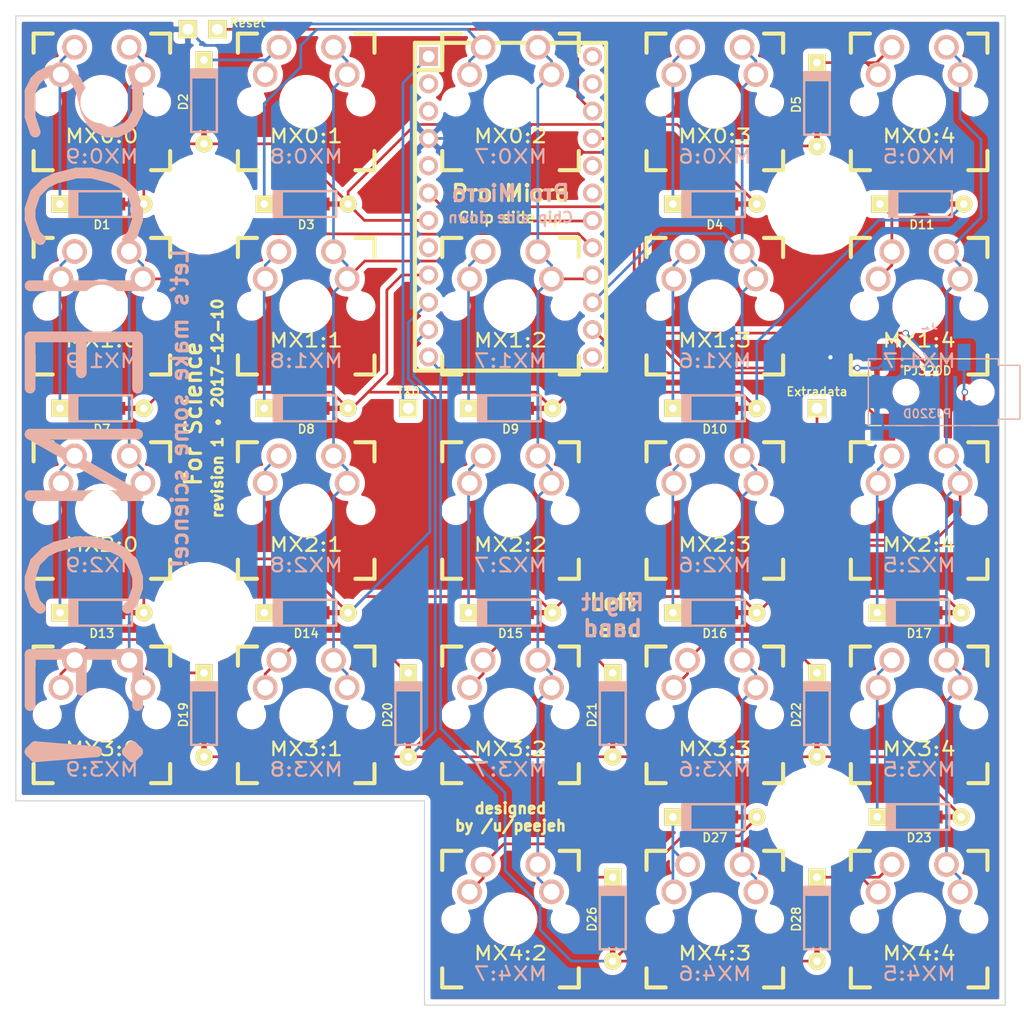
<source format=kicad_pcb>
(kicad_pcb (version 20171130) (host pcbnew 5.1.7+dfsg1-1)
  (layers (0 F.Cu signal) (31 B.Cu signal) (34 B.Paste user) (35 F.Paste user) (36 B.SilkS user) (37 F.SilkS user) (38 B.Mask user) (39 F.Mask user) (44 Edge.Cuts user))
  (net 0 "")
  (net 1 /Row0)
  (net 2 "Net-(D1-Pad1)")
  (net 3 "Net-(D2-Pad1)")
  (net 4 "Net-(D3-Pad1)")
  (net 5 "Net-(D4-Pad1)")
  (net 6 "Net-(D5-Pad1)")
  (net 7 /Row1)
  (net 8 "Net-(D7-Pad1)")
  (net 9 "Net-(D8-Pad1)")
  (net 10 "Net-(D9-Pad1)")
  (net 11 "Net-(D10-Pad1)")
  (net 12 "Net-(D11-Pad1)")
  (net 13 /Row2)
  (net 14 "Net-(D13-Pad1)")
  (net 15 "Net-(D14-Pad1)")
  (net 16 "Net-(D15-Pad1)")
  (net 17 "Net-(D16-Pad1)")
  (net 18 "Net-(D17-Pad1)")
  (net 19 /Row3)
  (net 20 "Net-(D19-Pad1)")
  (net 21 "Net-(D20-Pad1)")
  (net 22 "Net-(D21-Pad1)")
  (net 23 "Net-(D22-Pad1)")
  (net 24 "Net-(D23-Pad1)")
  (net 25 /Row4)
  (net 26 "Net-(D26-Pad1)")
  (net 27 "Net-(D27-Pad1)")
  (net 28 "Net-(D28-Pad1)")
  (net 29 "Net-(EXTRADATA1-Pad1)")
  (net 30 GND)
  (net 31 VCC)
  (net 32 "Net-(J1-Pad1)")
  (net 33 /Col0)
  (net 34 /Col1)
  (net 35 /Col2)
  (net 36 /Col3)
  (net 37 /Col4)
  (net 38 "Net-(RESET1-Pad1)")
  (net 39 "Net-(TX0-Pad1)")
  (net 40 "Net-(U1-Pad2)")
  (net 41 "Net-(U1-Pad3)")
  (net 42 "Net-(U1-Pad5)")
  (net 43 "Net-(U1-Pad8)")
  (net 44 "Net-(U1-Pad13)")
  (net 45 "Net-(U1-Pad19)")
  (net 46 "Net-(U1-Pad20)")
  (net 47 "Net-(U1-Pad23)")
  (net 48 "Net-(U1-Pad24)")
  (module Keyboard:MX_DoubleSided (layer F.Cu) (at 127 92)
    (fp_text reference MX2:2 (at 0 3.175) (layer F.SilkS) (effects (font (size 1.27 1.524) (thickness 0.2032))))
    (fp_text value MX2:7 (at 0 5.08) (layer B.SilkS) (effects (font (size 1.27 1.524) (thickness 0.2032)) (justify mirror)))
    (pad 1 thru_hole circle (at 2.54 -5.08) (size 2.286 2.286) (drill 1.4986) (layers *.Cu *.SilkS *.Mask) (net 35 /Col2))
    (pad 2 thru_hole circle (at -2.54 -5.08) (size 2.286 2.286) (drill 1.4986) (layers *.Cu *.SilkS *.Mask) (net 16 "Net-(D15-Pad1)"))
    (pad 2 thru_hole circle (at -3.81 -2.54) (size 2.286 2.286) (drill 1.4986) (layers *.Cu *.SilkS *.Mask) (net 16 "Net-(D15-Pad1)"))
    (pad 1 thru_hole circle (at 3.81 -2.54) (size 2.286 2.286) (drill 1.4986) (layers *.Cu *.SilkS *.Mask) (net 35 /Col2))
    (pad HOLE np_thru_hole circle (at 0 0) (size 3.9878 3.9878) (drill 3.9878) (layers *.Cu))
    (pad HOLE np_thru_hole circle (at -5.08 0) (size 1.7018 1.7018) (drill 1.7018) (layers *.Cu))
    (pad HOLE np_thru_hole circle (at 5.08 0) (size 1.7018 1.7018) (drill 1.7018) (layers *.Cu))
  )
  (module Mounting_Holes:MountingHole_8.4mm_M8 (layer F.Cu) (at 98.5 101.5)
    (fp_text reference M8 hide)
    (fp_text value MountingHole_8.4mm_M8 hide)
    (pad 1 np_thru_hole circle (at 0 0) (size 8.4 8.4) (drill 8.4) (layers *.Cu *.Mask))
  )
  (module Mounting_Holes:MountingHole_8.4mm_M8 (layer F.Cu) (at 98.5 63.5)
    (fp_text reference M8 hide)
    (fp_text value MountingHole_8.4mm_M8 hide)
    (pad 1 np_thru_hole circle (at 0 0) (size 8.4 8.4) (drill 8.4) (layers *.Cu *.Mask))
  )
  (module Mounting_Holes:MountingHole_8.4mm_M8 (layer F.Cu) (at 155.5 63.5)
    (fp_text reference M8 hide)
    (fp_text value MountingHole_8.4mm_M8 hide)
    (pad 1 np_thru_hole circle (at 0 0) (size 8.4 8.4) (drill 8.4) (layers *.Cu *.Mask))
  )
  (module Mounting_Holes:MountingHole_8.4mm_M8 (layer F.Cu) (at 155.5 120.5)
    (fp_text reference M8 hide)
    (fp_text value MountingHole_8.4mm_M8 hide)
    (pad 1 np_thru_hole circle (at 0 0) (size 8.4 8.4) (drill 8.4) (layers *.Cu *.Mask))
  )
  (module keyboard_parts:D_SOD123_axial (layer F.Cu) (at 89 63.5)
    (fp_text reference D1 (at 0 1.925) (layer F.SilkS) (effects (font (size 0.8 0.8))))
    (fp_text value DIODE hide)
    (pad 2 smd rect (at 1.575 0) (size 1.2 1.2) (layers F.Cu F.Paste F.Mask) (net 1 /Row0))
    (pad 1 smd rect (at -1.575 0) (size 1.2 1.2) (layers F.Cu F.Paste F.Mask) (net 2 "Net-(D1-Pad1)"))
    (pad 1 thru_hole rect (at -3.9 0) (size 1.6 1.6) (drill 0.7) (layers *.Cu *.Mask F.SilkS) (net 2 "Net-(D1-Pad1)"))
    (pad 2 thru_hole circle (at 3.9 0) (size 1.6 1.6) (drill 0.7) (layers *.Cu *.Mask F.SilkS) (net 1 /Row0))
    (pad 1 smd rect (at -2.7 0) (size 2.5 0.5) (layers F.Cu) (net 2 "Net-(D1-Pad1)"))
    (pad 2 smd rect (at 2.7 0) (size 2.5 0.5) (layers F.Cu) (net 1 /Row0))
  )
  (module keyboard_parts:D_SOD123_axial (layer F.Cu) (at 98.5 54 270)
    (fp_text reference D2 (at 0 1.925 270) (layer F.SilkS) (effects (font (size 0.8 0.8))))
    (fp_text value DIODE hide)
    (pad 2 smd rect (at 1.575 0 270) (size 1.2 1.2) (layers F.Cu F.Paste F.Mask) (net 1 /Row0))
    (pad 1 smd rect (at -1.575 0 270) (size 1.2 1.2) (layers F.Cu F.Paste F.Mask) (net 3 "Net-(D2-Pad1)"))
    (pad 1 thru_hole rect (at -3.9 0 270) (size 1.6 1.6) (drill 0.7) (layers *.Cu *.Mask F.SilkS) (net 3 "Net-(D2-Pad1)"))
    (pad 2 thru_hole circle (at 3.9 0 270) (size 1.6 1.6) (drill 0.7) (layers *.Cu *.Mask F.SilkS) (net 1 /Row0))
    (pad 1 smd rect (at -2.7 0 270) (size 2.5 0.5) (layers F.Cu) (net 3 "Net-(D2-Pad1)"))
    (pad 2 smd rect (at 2.7 0 270) (size 2.5 0.5) (layers F.Cu) (net 1 /Row0))
  )
  (module keyboard_parts:D_SOD123_axial (layer F.Cu) (at 108 63.5)
    (fp_text reference D3 (at 0 1.925) (layer F.SilkS) (effects (font (size 0.8 0.8))))
    (fp_text value DIODE hide)
    (pad 2 smd rect (at 1.575 0) (size 1.2 1.2) (layers F.Cu F.Paste F.Mask) (net 1 /Row0))
    (pad 1 smd rect (at -1.575 0) (size 1.2 1.2) (layers F.Cu F.Paste F.Mask) (net 4 "Net-(D3-Pad1)"))
    (pad 1 thru_hole rect (at -3.9 0) (size 1.6 1.6) (drill 0.7) (layers *.Cu *.Mask F.SilkS) (net 4 "Net-(D3-Pad1)"))
    (pad 2 thru_hole circle (at 3.9 0) (size 1.6 1.6) (drill 0.7) (layers *.Cu *.Mask F.SilkS) (net 1 /Row0))
    (pad 1 smd rect (at -2.7 0) (size 2.5 0.5) (layers F.Cu) (net 4 "Net-(D3-Pad1)"))
    (pad 2 smd rect (at 2.7 0) (size 2.5 0.5) (layers F.Cu) (net 1 /Row0))
  )
  (module keyboard_parts:D_SOD123_axial (layer F.Cu) (at 146 63.5)
    (fp_text reference D4 (at 0 1.925) (layer F.SilkS) (effects (font (size 0.8 0.8))))
    (fp_text value DIODE hide)
    (pad 2 smd rect (at 1.575 0) (size 1.2 1.2) (layers F.Cu F.Paste F.Mask) (net 1 /Row0))
    (pad 1 smd rect (at -1.575 0) (size 1.2 1.2) (layers F.Cu F.Paste F.Mask) (net 5 "Net-(D4-Pad1)"))
    (pad 1 thru_hole rect (at -3.9 0) (size 1.6 1.6) (drill 0.7) (layers *.Cu *.Mask F.SilkS) (net 5 "Net-(D4-Pad1)"))
    (pad 2 thru_hole circle (at 3.9 0) (size 1.6 1.6) (drill 0.7) (layers *.Cu *.Mask F.SilkS) (net 1 /Row0))
    (pad 1 smd rect (at -2.7 0) (size 2.5 0.5) (layers F.Cu) (net 5 "Net-(D4-Pad1)"))
    (pad 2 smd rect (at 2.7 0) (size 2.5 0.5) (layers F.Cu) (net 1 /Row0))
  )
  (module keyboard_parts:D_SOD123_axial (layer F.Cu) (at 155.5 54.25 270)
    (fp_text reference D5 (at 0 1.925 270) (layer F.SilkS) (effects (font (size 0.8 0.8))))
    (fp_text value DIODE hide)
    (pad 2 smd rect (at 1.575 0 270) (size 1.2 1.2) (layers F.Cu F.Paste F.Mask) (net 1 /Row0))
    (pad 1 smd rect (at -1.575 0 270) (size 1.2 1.2) (layers F.Cu F.Paste F.Mask) (net 6 "Net-(D5-Pad1)"))
    (pad 1 thru_hole rect (at -3.9 0 270) (size 1.6 1.6) (drill 0.7) (layers *.Cu *.Mask F.SilkS) (net 6 "Net-(D5-Pad1)"))
    (pad 2 thru_hole circle (at 3.9 0 270) (size 1.6 1.6) (drill 0.7) (layers *.Cu *.Mask F.SilkS) (net 1 /Row0))
    (pad 1 smd rect (at -2.7 0 270) (size 2.5 0.5) (layers F.Cu) (net 6 "Net-(D5-Pad1)"))
    (pad 2 smd rect (at 2.7 0 270) (size 2.5 0.5) (layers F.Cu) (net 1 /Row0))
  )
  (module keyboard_parts:D_SOD123_axial (layer F.Cu) (at 89 82.5)
    (fp_text reference D7 (at 0 1.925) (layer F.SilkS) (effects (font (size 0.8 0.8))))
    (fp_text value DIODE hide)
    (pad 2 smd rect (at 1.575 0) (size 1.2 1.2) (layers F.Cu F.Paste F.Mask) (net 7 /Row1))
    (pad 1 smd rect (at -1.575 0) (size 1.2 1.2) (layers F.Cu F.Paste F.Mask) (net 8 "Net-(D7-Pad1)"))
    (pad 1 thru_hole rect (at -3.9 0) (size 1.6 1.6) (drill 0.7) (layers *.Cu *.Mask F.SilkS) (net 8 "Net-(D7-Pad1)"))
    (pad 2 thru_hole circle (at 3.9 0) (size 1.6 1.6) (drill 0.7) (layers *.Cu *.Mask F.SilkS) (net 7 /Row1))
    (pad 1 smd rect (at -2.7 0) (size 2.5 0.5) (layers F.Cu) (net 8 "Net-(D7-Pad1)"))
    (pad 2 smd rect (at 2.7 0) (size 2.5 0.5) (layers F.Cu) (net 7 /Row1))
  )
  (module keyboard_parts:D_SOD123_axial (layer F.Cu) (at 108 82.5)
    (fp_text reference D8 (at 0 1.925) (layer F.SilkS) (effects (font (size 0.8 0.8))))
    (fp_text value DIODE hide)
    (pad 2 smd rect (at 1.575 0) (size 1.2 1.2) (layers F.Cu F.Paste F.Mask) (net 7 /Row1))
    (pad 1 smd rect (at -1.575 0) (size 1.2 1.2) (layers F.Cu F.Paste F.Mask) (net 9 "Net-(D8-Pad1)"))
    (pad 1 thru_hole rect (at -3.9 0) (size 1.6 1.6) (drill 0.7) (layers *.Cu *.Mask F.SilkS) (net 9 "Net-(D8-Pad1)"))
    (pad 2 thru_hole circle (at 3.9 0) (size 1.6 1.6) (drill 0.7) (layers *.Cu *.Mask F.SilkS) (net 7 /Row1))
    (pad 1 smd rect (at -2.7 0) (size 2.5 0.5) (layers F.Cu) (net 9 "Net-(D8-Pad1)"))
    (pad 2 smd rect (at 2.7 0) (size 2.5 0.5) (layers F.Cu) (net 7 /Row1))
  )
  (module keyboard_parts:D_SOD123_axial (layer F.Cu) (at 127 82.5)
    (fp_text reference D9 (at 0 1.925) (layer F.SilkS) (effects (font (size 0.8 0.8))))
    (fp_text value DIODE hide)
    (pad 2 smd rect (at 1.575 0) (size 1.2 1.2) (layers F.Cu F.Paste F.Mask) (net 7 /Row1))
    (pad 1 smd rect (at -1.575 0) (size 1.2 1.2) (layers F.Cu F.Paste F.Mask) (net 10 "Net-(D9-Pad1)"))
    (pad 1 thru_hole rect (at -3.9 0) (size 1.6 1.6) (drill 0.7) (layers *.Cu *.Mask F.SilkS) (net 10 "Net-(D9-Pad1)"))
    (pad 2 thru_hole circle (at 3.9 0) (size 1.6 1.6) (drill 0.7) (layers *.Cu *.Mask F.SilkS) (net 7 /Row1))
    (pad 1 smd rect (at -2.7 0) (size 2.5 0.5) (layers F.Cu) (net 10 "Net-(D9-Pad1)"))
    (pad 2 smd rect (at 2.7 0) (size 2.5 0.5) (layers F.Cu) (net 7 /Row1))
  )
  (module keyboard_parts:D_SOD123_axial (layer F.Cu) (at 146 82.5)
    (fp_text reference D10 (at 0 1.925) (layer F.SilkS) (effects (font (size 0.8 0.8))))
    (fp_text value DIODE hide)
    (pad 2 smd rect (at 1.575 0) (size 1.2 1.2) (layers F.Cu F.Paste F.Mask) (net 7 /Row1))
    (pad 1 smd rect (at -1.575 0) (size 1.2 1.2) (layers F.Cu F.Paste F.Mask) (net 11 "Net-(D10-Pad1)"))
    (pad 1 thru_hole rect (at -3.9 0) (size 1.6 1.6) (drill 0.7) (layers *.Cu *.Mask F.SilkS) (net 11 "Net-(D10-Pad1)"))
    (pad 2 thru_hole circle (at 3.9 0) (size 1.6 1.6) (drill 0.7) (layers *.Cu *.Mask F.SilkS) (net 7 /Row1))
    (pad 1 smd rect (at -2.7 0) (size 2.5 0.5) (layers F.Cu) (net 11 "Net-(D10-Pad1)"))
    (pad 2 smd rect (at 2.7 0) (size 2.5 0.5) (layers F.Cu) (net 7 /Row1))
  )
  (module keyboard_parts:D_SOD123_axial (layer F.Cu) (at 165.25 63.5)
    (fp_text reference D11 (at 0 1.925) (layer F.SilkS) (effects (font (size 0.8 0.8))))
    (fp_text value DIODE hide)
    (pad 2 smd rect (at 1.575 0) (size 1.2 1.2) (layers F.Cu F.Paste F.Mask) (net 7 /Row1))
    (pad 1 smd rect (at -1.575 0) (size 1.2 1.2) (layers F.Cu F.Paste F.Mask) (net 12 "Net-(D11-Pad1)"))
    (pad 1 thru_hole rect (at -3.9 0) (size 1.6 1.6) (drill 0.7) (layers *.Cu *.Mask F.SilkS) (net 12 "Net-(D11-Pad1)"))
    (pad 2 thru_hole circle (at 3.9 0) (size 1.6 1.6) (drill 0.7) (layers *.Cu *.Mask F.SilkS) (net 7 /Row1))
    (pad 1 smd rect (at -2.7 0) (size 2.5 0.5) (layers F.Cu) (net 12 "Net-(D11-Pad1)"))
    (pad 2 smd rect (at 2.7 0) (size 2.5 0.5) (layers F.Cu) (net 7 /Row1))
  )
  (module keyboard_parts:D_SOD123_axial (layer F.Cu) (at 89 101.5)
    (fp_text reference D13 (at 0 1.925) (layer F.SilkS) (effects (font (size 0.8 0.8))))
    (fp_text value DIODE hide)
    (pad 2 smd rect (at 1.575 0) (size 1.2 1.2) (layers F.Cu F.Paste F.Mask) (net 13 /Row2))
    (pad 1 smd rect (at -1.575 0) (size 1.2 1.2) (layers F.Cu F.Paste F.Mask) (net 14 "Net-(D13-Pad1)"))
    (pad 1 thru_hole rect (at -3.9 0) (size 1.6 1.6) (drill 0.7) (layers *.Cu *.Mask F.SilkS) (net 14 "Net-(D13-Pad1)"))
    (pad 2 thru_hole circle (at 3.9 0) (size 1.6 1.6) (drill 0.7) (layers *.Cu *.Mask F.SilkS) (net 13 /Row2))
    (pad 1 smd rect (at -2.7 0) (size 2.5 0.5) (layers F.Cu) (net 14 "Net-(D13-Pad1)"))
    (pad 2 smd rect (at 2.7 0) (size 2.5 0.5) (layers F.Cu) (net 13 /Row2))
  )
  (module keyboard_parts:D_SOD123_axial (layer F.Cu) (at 108 101.5)
    (fp_text reference D14 (at 0 1.925) (layer F.SilkS) (effects (font (size 0.8 0.8))))
    (fp_text value DIODE hide)
    (pad 2 smd rect (at 1.575 0) (size 1.2 1.2) (layers F.Cu F.Paste F.Mask) (net 13 /Row2))
    (pad 1 smd rect (at -1.575 0) (size 1.2 1.2) (layers F.Cu F.Paste F.Mask) (net 15 "Net-(D14-Pad1)"))
    (pad 1 thru_hole rect (at -3.9 0) (size 1.6 1.6) (drill 0.7) (layers *.Cu *.Mask F.SilkS) (net 15 "Net-(D14-Pad1)"))
    (pad 2 thru_hole circle (at 3.9 0) (size 1.6 1.6) (drill 0.7) (layers *.Cu *.Mask F.SilkS) (net 13 /Row2))
    (pad 1 smd rect (at -2.7 0) (size 2.5 0.5) (layers F.Cu) (net 15 "Net-(D14-Pad1)"))
    (pad 2 smd rect (at 2.7 0) (size 2.5 0.5) (layers F.Cu) (net 13 /Row2))
  )
  (module keyboard_parts:D_SOD123_axial (layer F.Cu) (at 127 101.5)
    (fp_text reference D15 (at 0 1.925) (layer F.SilkS) (effects (font (size 0.8 0.8))))
    (fp_text value DIODE hide)
    (pad 2 smd rect (at 1.575 0) (size 1.2 1.2) (layers F.Cu F.Paste F.Mask) (net 13 /Row2))
    (pad 1 smd rect (at -1.575 0) (size 1.2 1.2) (layers F.Cu F.Paste F.Mask) (net 16 "Net-(D15-Pad1)"))
    (pad 1 thru_hole rect (at -3.9 0) (size 1.6 1.6) (drill 0.7) (layers *.Cu *.Mask F.SilkS) (net 16 "Net-(D15-Pad1)"))
    (pad 2 thru_hole circle (at 3.9 0) (size 1.6 1.6) (drill 0.7) (layers *.Cu *.Mask F.SilkS) (net 13 /Row2))
    (pad 1 smd rect (at -2.7 0) (size 2.5 0.5) (layers F.Cu) (net 16 "Net-(D15-Pad1)"))
    (pad 2 smd rect (at 2.7 0) (size 2.5 0.5) (layers F.Cu) (net 13 /Row2))
  )
  (module keyboard_parts:D_SOD123_axial (layer F.Cu) (at 146 101.5)
    (fp_text reference D16 (at 0 1.925) (layer F.SilkS) (effects (font (size 0.8 0.8))))
    (fp_text value DIODE hide)
    (pad 2 smd rect (at 1.575 0) (size 1.2 1.2) (layers F.Cu F.Paste F.Mask) (net 13 /Row2))
    (pad 1 smd rect (at -1.575 0) (size 1.2 1.2) (layers F.Cu F.Paste F.Mask) (net 17 "Net-(D16-Pad1)"))
    (pad 1 thru_hole rect (at -3.9 0) (size 1.6 1.6) (drill 0.7) (layers *.Cu *.Mask F.SilkS) (net 17 "Net-(D16-Pad1)"))
    (pad 2 thru_hole circle (at 3.9 0) (size 1.6 1.6) (drill 0.7) (layers *.Cu *.Mask F.SilkS) (net 13 /Row2))
    (pad 1 smd rect (at -2.7 0) (size 2.5 0.5) (layers F.Cu) (net 17 "Net-(D16-Pad1)"))
    (pad 2 smd rect (at 2.7 0) (size 2.5 0.5) (layers F.Cu) (net 13 /Row2))
  )
  (module keyboard_parts:D_SOD123_axial (layer F.Cu) (at 165 101.5)
    (fp_text reference D17 (at 0 1.925) (layer F.SilkS) (effects (font (size 0.8 0.8))))
    (fp_text value DIODE hide)
    (pad 2 smd rect (at 1.575 0) (size 1.2 1.2) (layers F.Cu F.Paste F.Mask) (net 13 /Row2))
    (pad 1 smd rect (at -1.575 0) (size 1.2 1.2) (layers F.Cu F.Paste F.Mask) (net 18 "Net-(D17-Pad1)"))
    (pad 1 thru_hole rect (at -3.9 0) (size 1.6 1.6) (drill 0.7) (layers *.Cu *.Mask F.SilkS) (net 18 "Net-(D17-Pad1)"))
    (pad 2 thru_hole circle (at 3.9 0) (size 1.6 1.6) (drill 0.7) (layers *.Cu *.Mask F.SilkS) (net 13 /Row2))
    (pad 1 smd rect (at -2.7 0) (size 2.5 0.5) (layers F.Cu) (net 18 "Net-(D17-Pad1)"))
    (pad 2 smd rect (at 2.7 0) (size 2.5 0.5) (layers F.Cu) (net 13 /Row2))
  )
  (module keyboard_parts:D_SOD123_axial (layer F.Cu) (at 98.5 111 270)
    (fp_text reference D19 (at 0 1.925 270) (layer F.SilkS) (effects (font (size 0.8 0.8))))
    (fp_text value DIODE hide)
    (pad 2 smd rect (at 1.575 0 270) (size 1.2 1.2) (layers F.Cu F.Paste F.Mask) (net 19 /Row3))
    (pad 1 smd rect (at -1.575 0 270) (size 1.2 1.2) (layers F.Cu F.Paste F.Mask) (net 20 "Net-(D19-Pad1)"))
    (pad 1 thru_hole rect (at -3.9 0 270) (size 1.6 1.6) (drill 0.7) (layers *.Cu *.Mask F.SilkS) (net 20 "Net-(D19-Pad1)"))
    (pad 2 thru_hole circle (at 3.9 0 270) (size 1.6 1.6) (drill 0.7) (layers *.Cu *.Mask F.SilkS) (net 19 /Row3))
    (pad 1 smd rect (at -2.7 0 270) (size 2.5 0.5) (layers F.Cu) (net 20 "Net-(D19-Pad1)"))
    (pad 2 smd rect (at 2.7 0 270) (size 2.5 0.5) (layers F.Cu) (net 19 /Row3))
  )
  (module keyboard_parts:D_SOD123_axial (layer F.Cu) (at 117.5 111 270)
    (fp_text reference D20 (at 0 1.925 270) (layer F.SilkS) (effects (font (size 0.8 0.8))))
    (fp_text value DIODE hide)
    (pad 2 smd rect (at 1.575 0 270) (size 1.2 1.2) (layers F.Cu F.Paste F.Mask) (net 19 /Row3))
    (pad 1 smd rect (at -1.575 0 270) (size 1.2 1.2) (layers F.Cu F.Paste F.Mask) (net 21 "Net-(D20-Pad1)"))
    (pad 1 thru_hole rect (at -3.9 0 270) (size 1.6 1.6) (drill 0.7) (layers *.Cu *.Mask F.SilkS) (net 21 "Net-(D20-Pad1)"))
    (pad 2 thru_hole circle (at 3.9 0 270) (size 1.6 1.6) (drill 0.7) (layers *.Cu *.Mask F.SilkS) (net 19 /Row3))
    (pad 1 smd rect (at -2.7 0 270) (size 2.5 0.5) (layers F.Cu) (net 21 "Net-(D20-Pad1)"))
    (pad 2 smd rect (at 2.7 0 270) (size 2.5 0.5) (layers F.Cu) (net 19 /Row3))
  )
  (module keyboard_parts:D_SOD123_axial (layer F.Cu) (at 136.5 111 270)
    (fp_text reference D21 (at 0 1.925 270) (layer F.SilkS) (effects (font (size 0.8 0.8))))
    (fp_text value DIODE hide)
    (pad 2 smd rect (at 1.575 0 270) (size 1.2 1.2) (layers F.Cu F.Paste F.Mask) (net 19 /Row3))
    (pad 1 smd rect (at -1.575 0 270) (size 1.2 1.2) (layers F.Cu F.Paste F.Mask) (net 22 "Net-(D21-Pad1)"))
    (pad 1 thru_hole rect (at -3.9 0 270) (size 1.6 1.6) (drill 0.7) (layers *.Cu *.Mask F.SilkS) (net 22 "Net-(D21-Pad1)"))
    (pad 2 thru_hole circle (at 3.9 0 270) (size 1.6 1.6) (drill 0.7) (layers *.Cu *.Mask F.SilkS) (net 19 /Row3))
    (pad 1 smd rect (at -2.7 0 270) (size 2.5 0.5) (layers F.Cu) (net 22 "Net-(D21-Pad1)"))
    (pad 2 smd rect (at 2.7 0 270) (size 2.5 0.5) (layers F.Cu) (net 19 /Row3))
  )
  (module keyboard_parts:D_SOD123_axial (layer F.Cu) (at 155.5 111 270)
    (fp_text reference D22 (at 0 1.925 270) (layer F.SilkS) (effects (font (size 0.8 0.8))))
    (fp_text value DIODE hide)
    (pad 2 smd rect (at 1.575 0 270) (size 1.2 1.2) (layers F.Cu F.Paste F.Mask) (net 19 /Row3))
    (pad 1 smd rect (at -1.575 0 270) (size 1.2 1.2) (layers F.Cu F.Paste F.Mask) (net 23 "Net-(D22-Pad1)"))
    (pad 1 thru_hole rect (at -3.9 0 270) (size 1.6 1.6) (drill 0.7) (layers *.Cu *.Mask F.SilkS) (net 23 "Net-(D22-Pad1)"))
    (pad 2 thru_hole circle (at 3.9 0 270) (size 1.6 1.6) (drill 0.7) (layers *.Cu *.Mask F.SilkS) (net 19 /Row3))
    (pad 1 smd rect (at -2.7 0 270) (size 2.5 0.5) (layers F.Cu) (net 23 "Net-(D22-Pad1)"))
    (pad 2 smd rect (at 2.7 0 270) (size 2.5 0.5) (layers F.Cu) (net 19 /Row3))
  )
  (module keyboard_parts:D_SOD123_axial (layer F.Cu) (at 165 120.5)
    (fp_text reference D23 (at 0 1.925) (layer F.SilkS) (effects (font (size 0.8 0.8))))
    (fp_text value DIODE hide)
    (pad 2 smd rect (at 1.575 0) (size 1.2 1.2) (layers F.Cu F.Paste F.Mask) (net 19 /Row3))
    (pad 1 smd rect (at -1.575 0) (size 1.2 1.2) (layers F.Cu F.Paste F.Mask) (net 24 "Net-(D23-Pad1)"))
    (pad 1 thru_hole rect (at -3.9 0) (size 1.6 1.6) (drill 0.7) (layers *.Cu *.Mask F.SilkS) (net 24 "Net-(D23-Pad1)"))
    (pad 2 thru_hole circle (at 3.9 0) (size 1.6 1.6) (drill 0.7) (layers *.Cu *.Mask F.SilkS) (net 19 /Row3))
    (pad 1 smd rect (at -2.7 0) (size 2.5 0.5) (layers F.Cu) (net 24 "Net-(D23-Pad1)"))
    (pad 2 smd rect (at 2.7 0) (size 2.5 0.5) (layers F.Cu) (net 19 /Row3))
  )
  (module keyboard_parts:D_SOD123_axial (layer F.Cu) (at 136.5 130 270)
    (fp_text reference D26 (at 0 1.925 270) (layer F.SilkS) (effects (font (size 0.8 0.8))))
    (fp_text value DIODE hide)
    (pad 2 smd rect (at 1.575 0 270) (size 1.2 1.2) (layers F.Cu F.Paste F.Mask) (net 25 /Row4))
    (pad 1 smd rect (at -1.575 0 270) (size 1.2 1.2) (layers F.Cu F.Paste F.Mask) (net 26 "Net-(D26-Pad1)"))
    (pad 1 thru_hole rect (at -3.9 0 270) (size 1.6 1.6) (drill 0.7) (layers *.Cu *.Mask F.SilkS) (net 26 "Net-(D26-Pad1)"))
    (pad 2 thru_hole circle (at 3.9 0 270) (size 1.6 1.6) (drill 0.7) (layers *.Cu *.Mask F.SilkS) (net 25 /Row4))
    (pad 1 smd rect (at -2.7 0 270) (size 2.5 0.5) (layers F.Cu) (net 26 "Net-(D26-Pad1)"))
    (pad 2 smd rect (at 2.7 0 270) (size 2.5 0.5) (layers F.Cu) (net 25 /Row4))
  )
  (module keyboard_parts:D_SOD123_axial (layer F.Cu) (at 146 120.5)
    (fp_text reference D27 (at 0 1.925) (layer F.SilkS) (effects (font (size 0.8 0.8))))
    (fp_text value DIODE hide)
    (pad 2 smd rect (at 1.575 0) (size 1.2 1.2) (layers F.Cu F.Paste F.Mask) (net 25 /Row4))
    (pad 1 smd rect (at -1.575 0) (size 1.2 1.2) (layers F.Cu F.Paste F.Mask) (net 27 "Net-(D27-Pad1)"))
    (pad 1 thru_hole rect (at -3.9 0) (size 1.6 1.6) (drill 0.7) (layers *.Cu *.Mask F.SilkS) (net 27 "Net-(D27-Pad1)"))
    (pad 2 thru_hole circle (at 3.9 0) (size 1.6 1.6) (drill 0.7) (layers *.Cu *.Mask F.SilkS) (net 25 /Row4))
    (pad 1 smd rect (at -2.7 0) (size 2.5 0.5) (layers F.Cu) (net 27 "Net-(D27-Pad1)"))
    (pad 2 smd rect (at 2.7 0) (size 2.5 0.5) (layers F.Cu) (net 25 /Row4))
  )
  (module keyboard_parts:D_SOD123_axial (layer F.Cu) (at 155.5 130 270)
    (fp_text reference D28 (at 0 1.925 270) (layer F.SilkS) (effects (font (size 0.8 0.8))))
    (fp_text value DIODE hide)
    (pad 2 smd rect (at 1.575 0 270) (size 1.2 1.2) (layers F.Cu F.Paste F.Mask) (net 25 /Row4))
    (pad 1 smd rect (at -1.575 0 270) (size 1.2 1.2) (layers F.Cu F.Paste F.Mask) (net 28 "Net-(D28-Pad1)"))
    (pad 1 thru_hole rect (at -3.9 0 270) (size 1.6 1.6) (drill 0.7) (layers *.Cu *.Mask F.SilkS) (net 28 "Net-(D28-Pad1)"))
    (pad 2 thru_hole circle (at 3.9 0 270) (size 1.6 1.6) (drill 0.7) (layers *.Cu *.Mask F.SilkS) (net 25 /Row4))
    (pad 1 smd rect (at -2.7 0 270) (size 2.5 0.5) (layers F.Cu) (net 28 "Net-(D28-Pad1)"))
    (pad 2 smd rect (at 2.7 0 270) (size 2.5 0.5) (layers F.Cu) (net 25 /Row4))
  )
  (module keyboard_parts:PIN_1_SQUARE (layer F.Cu) (at 155.5 82.5)
    (fp_text reference EXTRADATA1 hide)
    (fp_text value Extradata (at 0 -1.55) (layer F.SilkS) (effects (font (size 0.8 0.8))))
    (pad 1 thru_hole rect (at 0 0) (size 1.7 1.7) (drill 1.016) (layers *.Cu *.Mask F.SilkS) (net 29 "Net-(EXTRADATA1-Pad1)"))
  )
  (module keyboard_parts:PIN_1_SQUARE (layer F.Cu) (at 97 47.25)
    (fp_text reference GROUND1 hide)
    (fp_text value Ground hide)
    (pad 1 thru_hole rect (at 0 0) (size 1.7 1.7) (drill 1.016) (layers *.Cu *.Mask F.SilkS) (net 30 GND))
  )
  (module Keyboard:MX_DoubleSided (layer F.Cu) (at 89 54)
    (fp_text reference MX0:0 (at 0 3.175) (layer F.SilkS) (effects (font (size 1.27 1.524) (thickness 0.2032))))
    (fp_text value MX0:9 (at 0 5.08) (layer B.SilkS) (effects (font (size 1.27 1.524) (thickness 0.2032)) (justify mirror)))
    (pad 1 thru_hole circle (at 2.54 -5.08) (size 2.286 2.286) (drill 1.4986) (layers *.Cu *.SilkS *.Mask) (net 33 /Col0))
    (pad 2 thru_hole circle (at -2.54 -5.08) (size 2.286 2.286) (drill 1.4986) (layers *.Cu *.SilkS *.Mask) (net 2 "Net-(D1-Pad1)"))
    (pad 2 thru_hole circle (at -3.81 -2.54) (size 2.286 2.286) (drill 1.4986) (layers *.Cu *.SilkS *.Mask) (net 2 "Net-(D1-Pad1)"))
    (pad 1 thru_hole circle (at 3.81 -2.54) (size 2.286 2.286) (drill 1.4986) (layers *.Cu *.SilkS *.Mask) (net 33 /Col0))
    (pad HOLE np_thru_hole circle (at 0 0) (size 3.9878 3.9878) (drill 3.9878) (layers *.Cu))
    (pad HOLE np_thru_hole circle (at -5.08 0) (size 1.7018 1.7018) (drill 1.7018) (layers *.Cu))
    (pad HOLE np_thru_hole circle (at 5.08 0) (size 1.7018 1.7018) (drill 1.7018) (layers *.Cu))
  )
  (module Keyboard:MX_DoubleSided (layer F.Cu) (at 108 54)
    (fp_text reference MX0:1 (at 0 3.175) (layer F.SilkS) (effects (font (size 1.27 1.524) (thickness 0.2032))))
    (fp_text value MX0:8 (at 0 5.08) (layer B.SilkS) (effects (font (size 1.27 1.524) (thickness 0.2032)) (justify mirror)))
    (pad 1 thru_hole circle (at 2.54 -5.08) (size 2.286 2.286) (drill 1.4986) (layers *.Cu *.SilkS *.Mask) (net 34 /Col1))
    (pad 2 thru_hole circle (at -2.54 -5.08) (size 2.286 2.286) (drill 1.4986) (layers *.Cu *.SilkS *.Mask) (net 3 "Net-(D2-Pad1)"))
    (pad 2 thru_hole circle (at -3.81 -2.54) (size 2.286 2.286) (drill 1.4986) (layers *.Cu *.SilkS *.Mask) (net 3 "Net-(D2-Pad1)"))
    (pad 1 thru_hole circle (at 3.81 -2.54) (size 2.286 2.286) (drill 1.4986) (layers *.Cu *.SilkS *.Mask) (net 34 /Col1))
    (pad HOLE np_thru_hole circle (at 0 0) (size 3.9878 3.9878) (drill 3.9878) (layers *.Cu))
    (pad HOLE np_thru_hole circle (at -5.08 0) (size 1.7018 1.7018) (drill 1.7018) (layers *.Cu))
    (pad HOLE np_thru_hole circle (at 5.08 0) (size 1.7018 1.7018) (drill 1.7018) (layers *.Cu))
  )
  (module Keyboard:MX_DoubleSided (layer F.Cu) (at 127 54)
    (fp_text reference MX0:2 (at 0 3.175) (layer F.SilkS) (effects (font (size 1.27 1.524) (thickness 0.2032))))
    (fp_text value MX0:7 (at 0 5.08) (layer B.SilkS) (effects (font (size 1.27 1.524) (thickness 0.2032)) (justify mirror)))
    (pad 1 thru_hole circle (at 2.54 -5.08) (size 2.286 2.286) (drill 1.4986) (layers *.Cu *.SilkS *.Mask) (net 35 /Col2))
    (pad 2 thru_hole circle (at -2.54 -5.08) (size 2.286 2.286) (drill 1.4986) (layers *.Cu *.SilkS *.Mask) (net 4 "Net-(D3-Pad1)"))
    (pad 2 thru_hole circle (at -3.81 -2.54) (size 2.286 2.286) (drill 1.4986) (layers *.Cu *.SilkS *.Mask) (net 4 "Net-(D3-Pad1)"))
    (pad 1 thru_hole circle (at 3.81 -2.54) (size 2.286 2.286) (drill 1.4986) (layers *.Cu *.SilkS *.Mask) (net 35 /Col2))
    (pad HOLE np_thru_hole circle (at 0 0) (size 3.9878 3.9878) (drill 3.9878) (layers *.Cu))
    (pad HOLE np_thru_hole circle (at -5.08 0) (size 1.7018 1.7018) (drill 1.7018) (layers *.Cu))
    (pad HOLE np_thru_hole circle (at 5.08 0) (size 1.7018 1.7018) (drill 1.7018) (layers *.Cu))
  )
  (module Keyboard:MX_DoubleSided (layer F.Cu) (at 146 54)
    (fp_text reference MX0:3 (at 0 3.175) (layer F.SilkS) (effects (font (size 1.27 1.524) (thickness 0.2032))))
    (fp_text value MX0:6 (at 0 5.08) (layer B.SilkS) (effects (font (size 1.27 1.524) (thickness 0.2032)) (justify mirror)))
    (pad 1 thru_hole circle (at 2.54 -5.08) (size 2.286 2.286) (drill 1.4986) (layers *.Cu *.SilkS *.Mask) (net 36 /Col3))
    (pad 2 thru_hole circle (at -2.54 -5.08) (size 2.286 2.286) (drill 1.4986) (layers *.Cu *.SilkS *.Mask) (net 5 "Net-(D4-Pad1)"))
    (pad 2 thru_hole circle (at -3.81 -2.54) (size 2.286 2.286) (drill 1.4986) (layers *.Cu *.SilkS *.Mask) (net 5 "Net-(D4-Pad1)"))
    (pad 1 thru_hole circle (at 3.81 -2.54) (size 2.286 2.286) (drill 1.4986) (layers *.Cu *.SilkS *.Mask) (net 36 /Col3))
    (pad HOLE np_thru_hole circle (at 0 0) (size 3.9878 3.9878) (drill 3.9878) (layers *.Cu))
    (pad HOLE np_thru_hole circle (at -5.08 0) (size 1.7018 1.7018) (drill 1.7018) (layers *.Cu))
    (pad HOLE np_thru_hole circle (at 5.08 0) (size 1.7018 1.7018) (drill 1.7018) (layers *.Cu))
  )
  (module Keyboard:MX_DoubleSided (layer F.Cu) (at 165 54)
    (fp_text reference MX0:4 (at 0 3.175) (layer F.SilkS) (effects (font (size 1.27 1.524) (thickness 0.2032))))
    (fp_text value MX0:5 (at 0 5.08) (layer B.SilkS) (effects (font (size 1.27 1.524) (thickness 0.2032)) (justify mirror)))
    (pad 1 thru_hole circle (at 2.54 -5.08) (size 2.286 2.286) (drill 1.4986) (layers *.Cu *.SilkS *.Mask) (net 37 /Col4))
    (pad 2 thru_hole circle (at -2.54 -5.08) (size 2.286 2.286) (drill 1.4986) (layers *.Cu *.SilkS *.Mask) (net 6 "Net-(D5-Pad1)"))
    (pad 2 thru_hole circle (at -3.81 -2.54) (size 2.286 2.286) (drill 1.4986) (layers *.Cu *.SilkS *.Mask) (net 6 "Net-(D5-Pad1)"))
    (pad 1 thru_hole circle (at 3.81 -2.54) (size 2.286 2.286) (drill 1.4986) (layers *.Cu *.SilkS *.Mask) (net 37 /Col4))
    (pad HOLE np_thru_hole circle (at 0 0) (size 3.9878 3.9878) (drill 3.9878) (layers *.Cu))
    (pad HOLE np_thru_hole circle (at -5.08 0) (size 1.7018 1.7018) (drill 1.7018) (layers *.Cu))
    (pad HOLE np_thru_hole circle (at 5.08 0) (size 1.7018 1.7018) (drill 1.7018) (layers *.Cu))
  )
  (module Keyboard:MX_DoubleSided (layer F.Cu) (at 89 73)
    (fp_text reference MX1:0 (at 0 3.175) (layer F.SilkS) (effects (font (size 1.27 1.524) (thickness 0.2032))))
    (fp_text value MX1:9 (at 0 5.08) (layer B.SilkS) (effects (font (size 1.27 1.524) (thickness 0.2032)) (justify mirror)))
    (pad 1 thru_hole circle (at 2.54 -5.08) (size 2.286 2.286) (drill 1.4986) (layers *.Cu *.SilkS *.Mask) (net 33 /Col0))
    (pad 2 thru_hole circle (at -2.54 -5.08) (size 2.286 2.286) (drill 1.4986) (layers *.Cu *.SilkS *.Mask) (net 8 "Net-(D7-Pad1)"))
    (pad 2 thru_hole circle (at -3.81 -2.54) (size 2.286 2.286) (drill 1.4986) (layers *.Cu *.SilkS *.Mask) (net 8 "Net-(D7-Pad1)"))
    (pad 1 thru_hole circle (at 3.81 -2.54) (size 2.286 2.286) (drill 1.4986) (layers *.Cu *.SilkS *.Mask) (net 33 /Col0))
    (pad HOLE np_thru_hole circle (at 0 0) (size 3.9878 3.9878) (drill 3.9878) (layers *.Cu))
    (pad HOLE np_thru_hole circle (at -5.08 0) (size 1.7018 1.7018) (drill 1.7018) (layers *.Cu))
    (pad HOLE np_thru_hole circle (at 5.08 0) (size 1.7018 1.7018) (drill 1.7018) (layers *.Cu))
  )
  (module Keyboard:MX_DoubleSided (layer F.Cu) (at 108 73)
    (fp_text reference MX1:1 (at 0 3.175) (layer F.SilkS) (effects (font (size 1.27 1.524) (thickness 0.2032))))
    (fp_text value MX1:8 (at 0 5.08) (layer B.SilkS) (effects (font (size 1.27 1.524) (thickness 0.2032)) (justify mirror)))
    (pad 1 thru_hole circle (at 2.54 -5.08) (size 2.286 2.286) (drill 1.4986) (layers *.Cu *.SilkS *.Mask) (net 34 /Col1))
    (pad 2 thru_hole circle (at -2.54 -5.08) (size 2.286 2.286) (drill 1.4986) (layers *.Cu *.SilkS *.Mask) (net 9 "Net-(D8-Pad1)"))
    (pad 2 thru_hole circle (at -3.81 -2.54) (size 2.286 2.286) (drill 1.4986) (layers *.Cu *.SilkS *.Mask) (net 9 "Net-(D8-Pad1)"))
    (pad 1 thru_hole circle (at 3.81 -2.54) (size 2.286 2.286) (drill 1.4986) (layers *.Cu *.SilkS *.Mask) (net 34 /Col1))
    (pad HOLE np_thru_hole circle (at 0 0) (size 3.9878 3.9878) (drill 3.9878) (layers *.Cu))
    (pad HOLE np_thru_hole circle (at -5.08 0) (size 1.7018 1.7018) (drill 1.7018) (layers *.Cu))
    (pad HOLE np_thru_hole circle (at 5.08 0) (size 1.7018 1.7018) (drill 1.7018) (layers *.Cu))
  )
  (module Keyboard:MX_DoubleSided (layer F.Cu) (at 127 73)
    (fp_text reference MX1:2 (at 0 3.175) (layer F.SilkS) (effects (font (size 1.27 1.524) (thickness 0.2032))))
    (fp_text value MX1:7 (at 0 5.08) (layer B.SilkS) (effects (font (size 1.27 1.524) (thickness 0.2032)) (justify mirror)))
    (pad 1 thru_hole circle (at 2.54 -5.08) (size 2.286 2.286) (drill 1.4986) (layers *.Cu *.SilkS *.Mask) (net 35 /Col2))
    (pad 2 thru_hole circle (at -2.54 -5.08) (size 2.286 2.286) (drill 1.4986) (layers *.Cu *.SilkS *.Mask) (net 10 "Net-(D9-Pad1)"))
    (pad 2 thru_hole circle (at -3.81 -2.54) (size 2.286 2.286) (drill 1.4986) (layers *.Cu *.SilkS *.Mask) (net 10 "Net-(D9-Pad1)"))
    (pad 1 thru_hole circle (at 3.81 -2.54) (size 2.286 2.286) (drill 1.4986) (layers *.Cu *.SilkS *.Mask) (net 35 /Col2))
    (pad HOLE np_thru_hole circle (at 0 0) (size 3.9878 3.9878) (drill 3.9878) (layers *.Cu))
    (pad HOLE np_thru_hole circle (at -5.08 0) (size 1.7018 1.7018) (drill 1.7018) (layers *.Cu))
    (pad HOLE np_thru_hole circle (at 5.08 0) (size 1.7018 1.7018) (drill 1.7018) (layers *.Cu))
  )
  (module Keyboard:MX_DoubleSided (layer F.Cu) (at 146 73)
    (fp_text reference MX1:3 (at 0 3.175) (layer F.SilkS) (effects (font (size 1.27 1.524) (thickness 0.2032))))
    (fp_text value MX1:6 (at 0 5.08) (layer B.SilkS) (effects (font (size 1.27 1.524) (thickness 0.2032)) (justify mirror)))
    (pad 1 thru_hole circle (at 2.54 -5.08) (size 2.286 2.286) (drill 1.4986) (layers *.Cu *.SilkS *.Mask) (net 36 /Col3))
    (pad 2 thru_hole circle (at -2.54 -5.08) (size 2.286 2.286) (drill 1.4986) (layers *.Cu *.SilkS *.Mask) (net 11 "Net-(D10-Pad1)"))
    (pad 2 thru_hole circle (at -3.81 -2.54) (size 2.286 2.286) (drill 1.4986) (layers *.Cu *.SilkS *.Mask) (net 11 "Net-(D10-Pad1)"))
    (pad 1 thru_hole circle (at 3.81 -2.54) (size 2.286 2.286) (drill 1.4986) (layers *.Cu *.SilkS *.Mask) (net 36 /Col3))
    (pad HOLE np_thru_hole circle (at 0 0) (size 3.9878 3.9878) (drill 3.9878) (layers *.Cu))
    (pad HOLE np_thru_hole circle (at -5.08 0) (size 1.7018 1.7018) (drill 1.7018) (layers *.Cu))
    (pad HOLE np_thru_hole circle (at 5.08 0) (size 1.7018 1.7018) (drill 1.7018) (layers *.Cu))
  )
  (module Keyboard:MX_DoubleSided (layer F.Cu) (at 165 73)
    (fp_text reference MX1:4 (at 0 3.175) (layer F.SilkS) (effects (font (size 1.27 1.524) (thickness 0.2032))))
    (fp_text value MX1:7 (at 0 5.08) (layer B.SilkS) (effects (font (size 1.27 1.524) (thickness 0.2032)) (justify mirror)))
    (pad 1 thru_hole circle (at 2.54 -5.08) (size 2.286 2.286) (drill 1.4986) (layers *.Cu *.SilkS *.Mask) (net 37 /Col4))
    (pad 2 thru_hole circle (at -2.54 -5.08) (size 2.286 2.286) (drill 1.4986) (layers *.Cu *.SilkS *.Mask) (net 12 "Net-(D11-Pad1)"))
    (pad 2 thru_hole circle (at -3.81 -2.54) (size 2.286 2.286) (drill 1.4986) (layers *.Cu *.SilkS *.Mask) (net 12 "Net-(D11-Pad1)"))
    (pad 1 thru_hole circle (at 3.81 -2.54) (size 2.286 2.286) (drill 1.4986) (layers *.Cu *.SilkS *.Mask) (net 37 /Col4))
    (pad HOLE np_thru_hole circle (at 0 0) (size 3.9878 3.9878) (drill 3.9878) (layers *.Cu))
    (pad HOLE np_thru_hole circle (at -5.08 0) (size 1.7018 1.7018) (drill 1.7018) (layers *.Cu))
    (pad HOLE np_thru_hole circle (at 5.08 0) (size 1.7018 1.7018) (drill 1.7018) (layers *.Cu))
  )
  (module Keyboard:MX_DoubleSided (layer F.Cu) (at 89 92)
    (fp_text reference MX2:0 (at 0 3.175) (layer F.SilkS) (effects (font (size 1.27 1.524) (thickness 0.2032))))
    (fp_text value MX2:9 (at 0 5.08) (layer B.SilkS) (effects (font (size 1.27 1.524) (thickness 0.2032)) (justify mirror)))
    (pad 1 thru_hole circle (at 2.54 -5.08) (size 2.286 2.286) (drill 1.4986) (layers *.Cu *.SilkS *.Mask) (net 33 /Col0))
    (pad 2 thru_hole circle (at -2.54 -5.08) (size 2.286 2.286) (drill 1.4986) (layers *.Cu *.SilkS *.Mask) (net 14 "Net-(D13-Pad1)"))
    (pad 2 thru_hole circle (at -3.81 -2.54) (size 2.286 2.286) (drill 1.4986) (layers *.Cu *.SilkS *.Mask) (net 14 "Net-(D13-Pad1)"))
    (pad 1 thru_hole circle (at 3.81 -2.54) (size 2.286 2.286) (drill 1.4986) (layers *.Cu *.SilkS *.Mask) (net 33 /Col0))
    (pad HOLE np_thru_hole circle (at 0 0) (size 3.9878 3.9878) (drill 3.9878) (layers *.Cu))
    (pad HOLE np_thru_hole circle (at -5.08 0) (size 1.7018 1.7018) (drill 1.7018) (layers *.Cu))
    (pad HOLE np_thru_hole circle (at 5.08 0) (size 1.7018 1.7018) (drill 1.7018) (layers *.Cu))
  )
  (module Keyboard:MX_DoubleSided (layer F.Cu) (at 108 92)
    (fp_text reference MX2:1 (at 0 3.175) (layer F.SilkS) (effects (font (size 1.27 1.524) (thickness 0.2032))))
    (fp_text value MX2:8 (at 0 5.08) (layer B.SilkS) (effects (font (size 1.27 1.524) (thickness 0.2032)) (justify mirror)))
    (pad 1 thru_hole circle (at 2.54 -5.08) (size 2.286 2.286) (drill 1.4986) (layers *.Cu *.SilkS *.Mask) (net 34 /Col1))
    (pad 2 thru_hole circle (at -2.54 -5.08) (size 2.286 2.286) (drill 1.4986) (layers *.Cu *.SilkS *.Mask) (net 15 "Net-(D14-Pad1)"))
    (pad 2 thru_hole circle (at -3.81 -2.54) (size 2.286 2.286) (drill 1.4986) (layers *.Cu *.SilkS *.Mask) (net 15 "Net-(D14-Pad1)"))
    (pad 1 thru_hole circle (at 3.81 -2.54) (size 2.286 2.286) (drill 1.4986) (layers *.Cu *.SilkS *.Mask) (net 34 /Col1))
    (pad HOLE np_thru_hole circle (at 0 0) (size 3.9878 3.9878) (drill 3.9878) (layers *.Cu))
    (pad HOLE np_thru_hole circle (at -5.08 0) (size 1.7018 1.7018) (drill 1.7018) (layers *.Cu))
    (pad HOLE np_thru_hole circle (at 5.08 0) (size 1.7018 1.7018) (drill 1.7018) (layers *.Cu))
  )
  (module Keyboard:MX_DoubleSided (layer F.Cu) (at 146 92)
    (fp_text reference MX2:3 (at 0 3.175) (layer F.SilkS) (effects (font (size 1.27 1.524) (thickness 0.2032))))
    (fp_text value MX2:6 (at 0 5.08) (layer B.SilkS) (effects (font (size 1.27 1.524) (thickness 0.2032)) (justify mirror)))
    (pad 1 thru_hole circle (at 2.54 -5.08) (size 2.286 2.286) (drill 1.4986) (layers *.Cu *.SilkS *.Mask) (net 36 /Col3))
    (pad 2 thru_hole circle (at -2.54 -5.08) (size 2.286 2.286) (drill 1.4986) (layers *.Cu *.SilkS *.Mask) (net 17 "Net-(D16-Pad1)"))
    (pad 2 thru_hole circle (at -3.81 -2.54) (size 2.286 2.286) (drill 1.4986) (layers *.Cu *.SilkS *.Mask) (net 17 "Net-(D16-Pad1)"))
    (pad 1 thru_hole circle (at 3.81 -2.54) (size 2.286 2.286) (drill 1.4986) (layers *.Cu *.SilkS *.Mask) (net 36 /Col3))
    (pad HOLE np_thru_hole circle (at 0 0) (size 3.9878 3.9878) (drill 3.9878) (layers *.Cu))
    (pad HOLE np_thru_hole circle (at -5.08 0) (size 1.7018 1.7018) (drill 1.7018) (layers *.Cu))
    (pad HOLE np_thru_hole circle (at 5.08 0) (size 1.7018 1.7018) (drill 1.7018) (layers *.Cu))
  )
  (module Keyboard:MX_DoubleSided (layer F.Cu) (at 165 92)
    (fp_text reference MX2:4 (at 0 3.175) (layer F.SilkS) (effects (font (size 1.27 1.524) (thickness 0.2032))))
    (fp_text value MX2:5 (at 0 5.08) (layer B.SilkS) (effects (font (size 1.27 1.524) (thickness 0.2032)) (justify mirror)))
    (pad 1 thru_hole circle (at 2.54 -5.08) (size 2.286 2.286) (drill 1.4986) (layers *.Cu *.SilkS *.Mask) (net 37 /Col4))
    (pad 2 thru_hole circle (at -2.54 -5.08) (size 2.286 2.286) (drill 1.4986) (layers *.Cu *.SilkS *.Mask) (net 18 "Net-(D17-Pad1)"))
    (pad 2 thru_hole circle (at -3.81 -2.54) (size 2.286 2.286) (drill 1.4986) (layers *.Cu *.SilkS *.Mask) (net 18 "Net-(D17-Pad1)"))
    (pad 1 thru_hole circle (at 3.81 -2.54) (size 2.286 2.286) (drill 1.4986) (layers *.Cu *.SilkS *.Mask) (net 37 /Col4))
    (pad HOLE np_thru_hole circle (at 0 0) (size 3.9878 3.9878) (drill 3.9878) (layers *.Cu))
    (pad HOLE np_thru_hole circle (at -5.08 0) (size 1.7018 1.7018) (drill 1.7018) (layers *.Cu))
    (pad HOLE np_thru_hole circle (at 5.08 0) (size 1.7018 1.7018) (drill 1.7018) (layers *.Cu))
  )
  (module Keyboard:MX_DoubleSided (layer F.Cu) (at 89 111)
    (fp_text reference MX3:0 (at 0 3.175) (layer F.SilkS) (effects (font (size 1.27 1.524) (thickness 0.2032))))
    (fp_text value MX3:9 (at 0 5.08) (layer B.SilkS) (effects (font (size 1.27 1.524) (thickness 0.2032)) (justify mirror)))
    (pad 1 thru_hole circle (at 2.54 -5.08) (size 2.286 2.286) (drill 1.4986) (layers *.Cu *.SilkS *.Mask) (net 33 /Col0))
    (pad 2 thru_hole circle (at -2.54 -5.08) (size 2.286 2.286) (drill 1.4986) (layers *.Cu *.SilkS *.Mask) (net 20 "Net-(D19-Pad1)"))
    (pad 2 thru_hole circle (at -3.81 -2.54) (size 2.286 2.286) (drill 1.4986) (layers *.Cu *.SilkS *.Mask) (net 20 "Net-(D19-Pad1)"))
    (pad 1 thru_hole circle (at 3.81 -2.54) (size 2.286 2.286) (drill 1.4986) (layers *.Cu *.SilkS *.Mask) (net 33 /Col0))
    (pad HOLE np_thru_hole circle (at 0 0) (size 3.9878 3.9878) (drill 3.9878) (layers *.Cu))
    (pad HOLE np_thru_hole circle (at -5.08 0) (size 1.7018 1.7018) (drill 1.7018) (layers *.Cu))
    (pad HOLE np_thru_hole circle (at 5.08 0) (size 1.7018 1.7018) (drill 1.7018) (layers *.Cu))
  )
  (module Keyboard:MX_DoubleSided (layer F.Cu) (at 108 111)
    (fp_text reference MX3:1 (at 0 3.175) (layer F.SilkS) (effects (font (size 1.27 1.524) (thickness 0.2032))))
    (fp_text value MX3:8 (at 0 5.08) (layer B.SilkS) (effects (font (size 1.27 1.524) (thickness 0.2032)) (justify mirror)))
    (pad 1 thru_hole circle (at 2.54 -5.08) (size 2.286 2.286) (drill 1.4986) (layers *.Cu *.SilkS *.Mask) (net 34 /Col1))
    (pad 2 thru_hole circle (at -2.54 -5.08) (size 2.286 2.286) (drill 1.4986) (layers *.Cu *.SilkS *.Mask) (net 21 "Net-(D20-Pad1)"))
    (pad 2 thru_hole circle (at -3.81 -2.54) (size 2.286 2.286) (drill 1.4986) (layers *.Cu *.SilkS *.Mask) (net 21 "Net-(D20-Pad1)"))
    (pad 1 thru_hole circle (at 3.81 -2.54) (size 2.286 2.286) (drill 1.4986) (layers *.Cu *.SilkS *.Mask) (net 34 /Col1))
    (pad HOLE np_thru_hole circle (at 0 0) (size 3.9878 3.9878) (drill 3.9878) (layers *.Cu))
    (pad HOLE np_thru_hole circle (at -5.08 0) (size 1.7018 1.7018) (drill 1.7018) (layers *.Cu))
    (pad HOLE np_thru_hole circle (at 5.08 0) (size 1.7018 1.7018) (drill 1.7018) (layers *.Cu))
  )
  (module Keyboard:MX_DoubleSided (layer F.Cu) (at 127 111)
    (fp_text reference MX3:2 (at 0 3.175) (layer F.SilkS) (effects (font (size 1.27 1.524) (thickness 0.2032))))
    (fp_text value MX3:7 (at 0 5.08) (layer B.SilkS) (effects (font (size 1.27 1.524) (thickness 0.2032)) (justify mirror)))
    (pad 1 thru_hole circle (at 2.54 -5.08) (size 2.286 2.286) (drill 1.4986) (layers *.Cu *.SilkS *.Mask) (net 35 /Col2))
    (pad 2 thru_hole circle (at -2.54 -5.08) (size 2.286 2.286) (drill 1.4986) (layers *.Cu *.SilkS *.Mask) (net 22 "Net-(D21-Pad1)"))
    (pad 2 thru_hole circle (at -3.81 -2.54) (size 2.286 2.286) (drill 1.4986) (layers *.Cu *.SilkS *.Mask) (net 22 "Net-(D21-Pad1)"))
    (pad 1 thru_hole circle (at 3.81 -2.54) (size 2.286 2.286) (drill 1.4986) (layers *.Cu *.SilkS *.Mask) (net 35 /Col2))
    (pad HOLE np_thru_hole circle (at 0 0) (size 3.9878 3.9878) (drill 3.9878) (layers *.Cu))
    (pad HOLE np_thru_hole circle (at -5.08 0) (size 1.7018 1.7018) (drill 1.7018) (layers *.Cu))
    (pad HOLE np_thru_hole circle (at 5.08 0) (size 1.7018 1.7018) (drill 1.7018) (layers *.Cu))
  )
  (module Keyboard:MX_DoubleSided (layer F.Cu) (at 146 111)
    (fp_text reference MX3:3 (at 0 3.175) (layer F.SilkS) (effects (font (size 1.27 1.524) (thickness 0.2032))))
    (fp_text value MX3:6 (at 0 5.08) (layer B.SilkS) (effects (font (size 1.27 1.524) (thickness 0.2032)) (justify mirror)))
    (pad 1 thru_hole circle (at 2.54 -5.08) (size 2.286 2.286) (drill 1.4986) (layers *.Cu *.SilkS *.Mask) (net 36 /Col3))
    (pad 2 thru_hole circle (at -2.54 -5.08) (size 2.286 2.286) (drill 1.4986) (layers *.Cu *.SilkS *.Mask) (net 23 "Net-(D22-Pad1)"))
    (pad 2 thru_hole circle (at -3.81 -2.54) (size 2.286 2.286) (drill 1.4986) (layers *.Cu *.SilkS *.Mask) (net 23 "Net-(D22-Pad1)"))
    (pad 1 thru_hole circle (at 3.81 -2.54) (size 2.286 2.286) (drill 1.4986) (layers *.Cu *.SilkS *.Mask) (net 36 /Col3))
    (pad HOLE np_thru_hole circle (at 0 0) (size 3.9878 3.9878) (drill 3.9878) (layers *.Cu))
    (pad HOLE np_thru_hole circle (at -5.08 0) (size 1.7018 1.7018) (drill 1.7018) (layers *.Cu))
    (pad HOLE np_thru_hole circle (at 5.08 0) (size 1.7018 1.7018) (drill 1.7018) (layers *.Cu))
  )
  (module Keyboard:MX_DoubleSided (layer F.Cu) (at 165 111)
    (fp_text reference MX3:4 (at 0 3.175) (layer F.SilkS) (effects (font (size 1.27 1.524) (thickness 0.2032))))
    (fp_text value MX3:5 (at 0 5.08) (layer B.SilkS) (effects (font (size 1.27 1.524) (thickness 0.2032)) (justify mirror)))
    (pad 1 thru_hole circle (at 2.54 -5.08) (size 2.286 2.286) (drill 1.4986) (layers *.Cu *.SilkS *.Mask) (net 37 /Col4))
    (pad 2 thru_hole circle (at -2.54 -5.08) (size 2.286 2.286) (drill 1.4986) (layers *.Cu *.SilkS *.Mask) (net 24 "Net-(D23-Pad1)"))
    (pad 2 thru_hole circle (at -3.81 -2.54) (size 2.286 2.286) (drill 1.4986) (layers *.Cu *.SilkS *.Mask) (net 24 "Net-(D23-Pad1)"))
    (pad 1 thru_hole circle (at 3.81 -2.54) (size 2.286 2.286) (drill 1.4986) (layers *.Cu *.SilkS *.Mask) (net 37 /Col4))
    (pad HOLE np_thru_hole circle (at 0 0) (size 3.9878 3.9878) (drill 3.9878) (layers *.Cu))
    (pad HOLE np_thru_hole circle (at -5.08 0) (size 1.7018 1.7018) (drill 1.7018) (layers *.Cu))
    (pad HOLE np_thru_hole circle (at 5.08 0) (size 1.7018 1.7018) (drill 1.7018) (layers *.Cu))
  )
  (module Keyboard:MX_DoubleSided (layer F.Cu) (at 127 130)
    (fp_text reference MX4:2 (at 0 3.175) (layer F.SilkS) (effects (font (size 1.27 1.524) (thickness 0.2032))))
    (fp_text value MX4:7 (at 0 5.08) (layer B.SilkS) (effects (font (size 1.27 1.524) (thickness 0.2032)) (justify mirror)))
    (pad 1 thru_hole circle (at 2.54 -5.08) (size 2.286 2.286) (drill 1.4986) (layers *.Cu *.SilkS *.Mask) (net 35 /Col2))
    (pad 2 thru_hole circle (at -2.54 -5.08) (size 2.286 2.286) (drill 1.4986) (layers *.Cu *.SilkS *.Mask) (net 26 "Net-(D26-Pad1)"))
    (pad 2 thru_hole circle (at -3.81 -2.54) (size 2.286 2.286) (drill 1.4986) (layers *.Cu *.SilkS *.Mask) (net 26 "Net-(D26-Pad1)"))
    (pad 1 thru_hole circle (at 3.81 -2.54) (size 2.286 2.286) (drill 1.4986) (layers *.Cu *.SilkS *.Mask) (net 35 /Col2))
    (pad HOLE np_thru_hole circle (at 0 0) (size 3.9878 3.9878) (drill 3.9878) (layers *.Cu))
    (pad HOLE np_thru_hole circle (at -5.08 0) (size 1.7018 1.7018) (drill 1.7018) (layers *.Cu))
    (pad HOLE np_thru_hole circle (at 5.08 0) (size 1.7018 1.7018) (drill 1.7018) (layers *.Cu))
  )
  (module Keyboard:MX_DoubleSided (layer F.Cu) (at 146 130)
    (fp_text reference MX4:3 (at 0 3.175) (layer F.SilkS) (effects (font (size 1.27 1.524) (thickness 0.2032))))
    (fp_text value MX4:6 (at 0 5.08) (layer B.SilkS) (effects (font (size 1.27 1.524) (thickness 0.2032)) (justify mirror)))
    (pad 1 thru_hole circle (at 2.54 -5.08) (size 2.286 2.286) (drill 1.4986) (layers *.Cu *.SilkS *.Mask) (net 36 /Col3))
    (pad 2 thru_hole circle (at -2.54 -5.08) (size 2.286 2.286) (drill 1.4986) (layers *.Cu *.SilkS *.Mask) (net 27 "Net-(D27-Pad1)"))
    (pad 2 thru_hole circle (at -3.81 -2.54) (size 2.286 2.286) (drill 1.4986) (layers *.Cu *.SilkS *.Mask) (net 27 "Net-(D27-Pad1)"))
    (pad 1 thru_hole circle (at 3.81 -2.54) (size 2.286 2.286) (drill 1.4986) (layers *.Cu *.SilkS *.Mask) (net 36 /Col3))
    (pad HOLE np_thru_hole circle (at 0 0) (size 3.9878 3.9878) (drill 3.9878) (layers *.Cu))
    (pad HOLE np_thru_hole circle (at -5.08 0) (size 1.7018 1.7018) (drill 1.7018) (layers *.Cu))
    (pad HOLE np_thru_hole circle (at 5.08 0) (size 1.7018 1.7018) (drill 1.7018) (layers *.Cu))
  )
  (module Keyboard:MX_DoubleSided (layer F.Cu) (at 165 130)
    (fp_text reference MX4:4 (at 0 3.175) (layer F.SilkS) (effects (font (size 1.27 1.524) (thickness 0.2032))))
    (fp_text value MX4:5 (at 0 5.08) (layer B.SilkS) (effects (font (size 1.27 1.524) (thickness 0.2032)) (justify mirror)))
    (pad 1 thru_hole circle (at 2.54 -5.08) (size 2.286 2.286) (drill 1.4986) (layers *.Cu *.SilkS *.Mask) (net 37 /Col4))
    (pad 2 thru_hole circle (at -2.54 -5.08) (size 2.286 2.286) (drill 1.4986) (layers *.Cu *.SilkS *.Mask) (net 28 "Net-(D28-Pad1)"))
    (pad 2 thru_hole circle (at -3.81 -2.54) (size 2.286 2.286) (drill 1.4986) (layers *.Cu *.SilkS *.Mask) (net 28 "Net-(D28-Pad1)"))
    (pad 1 thru_hole circle (at 3.81 -2.54) (size 2.286 2.286) (drill 1.4986) (layers *.Cu *.SilkS *.Mask) (net 37 /Col4))
    (pad HOLE np_thru_hole circle (at 0 0) (size 3.9878 3.9878) (drill 3.9878) (layers *.Cu))
    (pad HOLE np_thru_hole circle (at -5.08 0) (size 1.7018 1.7018) (drill 1.7018) (layers *.Cu))
    (pad HOLE np_thru_hole circle (at 5.08 0) (size 1.7018 1.7018) (drill 1.7018) (layers *.Cu))
  )
  (module keyboard_parts:PIN_1_SQUARE (layer F.Cu) (at 99.75 47.25)
    (fp_text reference RESET1 hide)
    (fp_text value Reset (at 2.8 -0.6) (layer F.SilkS) (effects (font (size 0.8 0.8))))
    (pad 1 thru_hole rect (at 0 0) (size 1.7 1.7) (drill 1.016) (layers *.Cu *.Mask F.SilkS) (net 38 "Net-(RESET1-Pad1)"))
  )
  (module keyboard_parts:PIN_1_SQUARE (layer F.Cu) (at 117.5 82.5)
    (fp_text reference TX0 (at 0 -1.55) (layer F.SilkS) (effects (font (size 0.8 0.8))))
    (fp_text value TX0 hide)
    (pad 1 thru_hole rect (at 0 0) (size 1.7 1.7) (drill 1.016) (layers *.Cu *.Mask F.SilkS) (net 39 "Net-(TX0-Pad1)"))
  )
  (module footprints:ARDUINO_PRO_MICRO (layer F.Cu) (at 127 63.75 270)
    (fp_text reference U1 hide)
    (fp_text value ARDUINO_PRO_MICRO hide)
    (pad 1 thru_hole rect (at -13.97 7.62 270) (size 1.7526 1.7526) (drill 1.0922) (layers *.Cu *.SilkS *.Mask) (net 39 "Net-(TX0-Pad1)"))
    (pad 2 thru_hole circle (at -11.43 7.62 270) (size 1.7526 1.7526) (drill 1.0922) (layers *.Cu *.SilkS *.Mask) (net 40 "Net-(U1-Pad2)"))
    (pad 3 thru_hole circle (at -8.89 7.62 270) (size 1.7526 1.7526) (drill 1.0922) (layers *.Cu *.SilkS *.Mask) (net 41 "Net-(U1-Pad3)"))
    (pad 4 thru_hole circle (at -6.35 7.62 270) (size 1.7526 1.7526) (drill 1.0922) (layers *.Cu *.SilkS *.Mask) (net 30 GND))
    (pad 5 thru_hole circle (at -3.81 7.62 270) (size 1.7526 1.7526) (drill 1.0922) (layers *.Cu *.SilkS *.Mask) (net 42 "Net-(U1-Pad5)"))
    (pad 6 thru_hole circle (at -1.27 7.62 270) (size 1.7526 1.7526) (drill 1.0922) (layers *.Cu *.SilkS *.Mask) (net 32 "Net-(J1-Pad1)"))
    (pad 7 thru_hole circle (at 1.27 7.62 270) (size 1.7526 1.7526) (drill 1.0922) (layers *.Cu *.SilkS *.Mask) (net 1 /Row0))
    (pad 8 thru_hole circle (at 3.81 7.62 270) (size 1.7526 1.7526) (drill 1.0922) (layers *.Cu *.SilkS *.Mask) (net 43 "Net-(U1-Pad8)"))
    (pad 9 thru_hole circle (at 6.35 7.62 270) (size 1.7526 1.7526) (drill 1.0922) (layers *.Cu *.SilkS *.Mask) (net 7 /Row1))
    (pad 10 thru_hole circle (at 8.89 7.62 270) (size 1.7526 1.7526) (drill 1.0922) (layers *.Cu *.SilkS *.Mask) (net 13 /Row2))
    (pad 11 thru_hole circle (at 11.43 7.62 270) (size 1.7526 1.7526) (drill 1.0922) (layers *.Cu *.SilkS *.Mask) (net 19 /Row3))
    (pad 13 thru_hole circle (at 13.97 -7.62 270) (size 1.7526 1.7526) (drill 1.0922) (layers *.Cu *.SilkS *.Mask) (net 44 "Net-(U1-Pad13)"))
    (pad 14 thru_hole circle (at 11.43 -7.62 270) (size 1.7526 1.7526) (drill 1.0922) (layers *.Cu *.SilkS *.Mask) (net 37 /Col4))
    (pad 15 thru_hole circle (at 8.89 -7.62 270) (size 1.7526 1.7526) (drill 1.0922) (layers *.Cu *.SilkS *.Mask) (net 36 /Col3))
    (pad 16 thru_hole circle (at 6.35 -7.62 270) (size 1.7526 1.7526) (drill 1.0922) (layers *.Cu *.SilkS *.Mask) (net 35 /Col2))
    (pad 17 thru_hole circle (at 3.81 -7.62 270) (size 1.7526 1.7526) (drill 1.0922) (layers *.Cu *.SilkS *.Mask) (net 34 /Col1))
    (pad 18 thru_hole circle (at 1.27 -7.62 270) (size 1.7526 1.7526) (drill 1.0922) (layers *.Cu *.SilkS *.Mask) (net 33 /Col0))
    (pad 19 thru_hole circle (at -1.27 -7.62 270) (size 1.7526 1.7526) (drill 1.0922) (layers *.Cu *.SilkS *.Mask) (net 45 "Net-(U1-Pad19)"))
    (pad 20 thru_hole circle (at -3.81 -7.62 270) (size 1.7526 1.7526) (drill 1.0922) (layers *.Cu *.SilkS *.Mask) (net 46 "Net-(U1-Pad20)"))
    (pad 21 thru_hole circle (at -6.35 -7.62 270) (size 1.7526 1.7526) (drill 1.0922) (layers *.Cu *.SilkS *.Mask) (net 31 VCC))
    (pad 22 thru_hole circle (at -8.89 -7.62 270) (size 1.7526 1.7526) (drill 1.0922) (layers *.Cu *.SilkS *.Mask) (net 38 "Net-(RESET1-Pad1)"))
    (pad 23 thru_hole circle (at -11.43 -7.62 270) (size 1.7526 1.7526) (drill 1.0922) (layers *.Cu *.SilkS *.Mask) (net 47 "Net-(U1-Pad23)"))
    (pad 12 thru_hole circle (at 13.97 7.62 270) (size 1.7526 1.7526) (drill 1.0922) (layers *.Cu *.SilkS *.Mask) (net 25 /Row4))
    (pad 24 thru_hole circle (at -13.97 -7.62 270) (size 1.7526 1.7526) (drill 1.0922) (layers *.Cu *.SilkS *.Mask) (net 48 "Net-(U1-Pad24)"))
  )
  (module Keyboard:PJ320D_3.5mm_Jack_SMD (layer F.Cu) (at 166 81 180)
    (fp_text reference J1 hide)
    (fp_text value TRRS)
    (pad 4 smd rect (at 4.925 3.25 180) (size 1.2 2.5) (layers F.Cu F.Paste F.Mask) (net 30 GND))
    (pad 1 smd rect (at 3.825 -3.25 180) (size 1.2 2.5) (layers F.Cu F.Paste F.Mask) (net 32 "Net-(J1-Pad1)"))
    (pad 2 smd rect (at -0.175 -3.25 180) (size 1.2 2.5) (layers F.Cu F.Paste F.Mask) (net 31 VCC))
    (pad 3 smd rect (at -3.175 -3.25 180) (size 1.2 2.5) (layers F.Cu F.Paste F.Mask) (net 29 "Net-(EXTRADATA1-Pad1)"))
    (pad "" np_thru_hole circle (at -4.775 0 180) (size 1.5 1.5) (drill 1.5) (layers *.Cu *.Mask))
    (pad "" np_thru_hole circle (at 2.225 0 180) (size 1.5 1.5) (drill 1.5) (layers *.Cu *.Mask))
  )
  (module Keyboard:PJ320D_3.5mm_Jack_SMD_Flip (layer B.Cu) (at 166 81 180)
    (fp_text reference J2 (at 0.075 6.35 180) (layer B.SilkS) (effects (justify mirror)))
    (fp_text value TRRS)
    (pad 4 smd rect (at 4.925 -3.25 180) (size 1.2 2.5) (layers B.Cu B.Paste B.Mask) (net 30 GND))
    (pad 1 smd rect (at 3.825 3.25 180) (size 1.2 2.5) (layers B.Cu B.Paste B.Mask) (net 32 "Net-(J1-Pad1)"))
    (pad 2 smd rect (at -0.175 3.25 180) (size 1.2 2.5) (layers B.Cu B.Paste B.Mask) (net 31 VCC))
    (pad 3 smd rect (at -3.175 3.25 180) (size 1.2 2.5) (layers B.Cu B.Paste B.Mask) (net 29 "Net-(EXTRADATA1-Pad1)"))
  )
  (gr_text "Let's make some science!" (at 96.25 82.5 90) (layer B.SilkS) (effects (font (size 1.5 1.5) (thickness 0.3)) (justify mirror)))
  (gr_text "Right\nhand" (at 136.5 101.75) (layer B.SilkS) (effects (font (size 1.5 1.5) (thickness 0.3)) (justify mirror)))
  (gr_text "Left\nhand" (at 136.5 101.75) (layer F.SilkS) (effects (font (size 1.5 1.5) (thickness 0.3))))
  (gr_text SCIENCE! (at 87.75 83 90) (layer B.SilkS) (effects (font (size 10 10) (thickness 1)) (justify mirror)))
  (gr_text "revision 1 • 2017-12-10" (at 99.75 82.5 90) (layer F.SilkS) (effects (font (size 1 1) (thickness 0.25))))
  (gr_text "designed\nby /u/peejeh" (at 127 120.5) (layer F.SilkS) (effects (font (size 1 1) (thickness 0.25))))
  (gr_text "For Science" (at 97.5 83 90) (layer F.SilkS) (effects (font (size 1.5 1.5) (thickness 0.3))))
  (gr_text "Pro Micro" (at 127 62.5) (layer F.SilkS) (effects (font (size 1.5 1.5) (thickness 0.3))))
  (gr_text "Chip side up" (at 127 64.75) (layer F.SilkS) (effects (font (size 1 1) (thickness 0.2))))
  (gr_text "Chip side down" (at 127 64.75) (layer B.SilkS) (effects (font (size 1 1) (thickness 0.2)) (justify mirror)))
  (gr_text "Pro Micro" (at 127 62.5) (layer B.SilkS) (effects (font (size 1.5 1.5) (thickness 0.3)) (justify mirror)))
  (gr_text PJ320D (at 165.75 83) (layer B.SilkS) (effects (font (size 0.8 0.8)) (justify mirror)))
  (gr_text PJ320D (at 165.75 79) (layer F.SilkS) (effects (font (size 0.8 0.8))))
  (gr_line (start 119 119) (end 119 138) (angle 90) (layer Edge.Cuts) (width 0.1))
  (gr_line (start 81 119) (end 119 119) (angle 90) (layer Edge.Cuts) (width 0.1))
  (gr_line (start 119 138) (end 173 138) (angle 90) (layer Edge.Cuts) (width 0.1))
  (gr_line (start 173 46) (end 173 138) (angle 90) (layer Edge.Cuts) (width 0.1))
  (gr_line (start 81 46) (end 81 119) (angle 90) (layer Edge.Cuts) (width 0.1))
  (gr_line (start 81 46) (end 173 46) (angle 90) (layer Edge.Cuts) (width 0.1))
  (segment (start 144.5 58.1) (end 155.45 58.1) (width 0.25) (layer F.Cu) (net 1))
  (segment (start 155.45 58.1) (end 155.5 58.15) (width 0.25) (layer F.Cu) (net 1))
  (segment (start 111.9 63.5) (end 111.9 62.35) (width 0.25) (layer F.Cu) (net 1))
  (segment (start 111.9 62.35) (end 118.15 56.1) (width 0.25) (layer F.Cu) (net 1))
  (segment (start 118.15 56.1) (end 124.85 56.1) (width 0.25) (layer F.Cu) (net 1))
  (segment (start 124.85 56.1) (end 125.45 56.7) (width 0.25) (layer F.Cu) (net 1))
  (segment (start 125.45 56.7) (end 128.4 56.7) (width 0.25) (layer F.Cu) (net 1))
  (segment (start 128.4 56.7) (end 129 56.1) (width 0.25) (layer F.Cu) (net 1))
  (segment (start 129 56.1) (end 142.5 56.1) (width 0.25) (layer F.Cu) (net 1))
  (segment (start 142.5 56.1) (end 144.5 58.1) (width 0.25) (layer F.Cu) (net 1))
  (segment (start 144.5 58.1) (end 149.9 63.5) (width 0.25) (layer F.Cu) (net 1))
  (segment (start 149.9 63.5) (end 149.9 63.4) (width 0.25) (layer F.Cu) (net 1))
  (segment (start 98.5 57.9) (end 97.1 57.9) (width 0.25) (layer F.Cu) (net 1))
  (segment (start 92.9 62.1) (end 92.9 63.5) (width 0.25) (layer F.Cu) (net 1))
  (segment (start 97.1 57.9) (end 92.9 62.1) (width 0.25) (layer F.Cu) (net 1))
  (segment (start 111.9 63.5) (end 111.9 63.4) (width 0.25) (layer F.Cu) (net 1))
  (segment (start 111.9 63.4) (end 106.4 57.9) (width 0.25) (layer F.Cu) (net 1))
  (segment (start 106.4 57.9) (end 98.5 57.9) (width 0.25) (layer F.Cu) (net 1))
  (segment (start 119.38 65.02) (end 113.42 65.02) (width 0.25) (layer F.Cu) (net 1))
  (segment (start 113.42 65.02) (end 111.9 63.5) (width 0.25) (layer F.Cu) (net 1))
  (segment (start 155.25 57.9) (end 155.5 58.15) (width 0.25) (layer F.Cu) (net 1))
  (segment (start 111.9 63.5) (end 111.9 63.65) (width 0.25) (layer F.Cu) (net 1))
  (segment (start 111.9 63.5) (end 111.9 63.6) (width 0.25) (layer F.Cu) (net 1))
  (segment (start 85.19 51.46) (end 85.19 50.19) (width 0.25) (layer B.Cu) (net 2))
  (segment (start 85.19 50.19) (end 86.46 48.92) (width 0.25) (layer B.Cu) (net 2))
  (segment (start 85.1 63.5) (end 85.1 51.55) (width 0.25) (layer B.Cu) (net 2))
  (segment (start 85.1 51.55) (end 85.19 51.46) (width 0.25) (layer B.Cu) (net 2))
  (segment (start 104.19 51.46) (end 104.19 50.19) (width 0.25) (layer B.Cu) (net 3))
  (segment (start 104.19 50.19) (end 105.46 48.92) (width 0.25) (layer B.Cu) (net 3))
  (segment (start 98.5 50.1) (end 104.28 50.1) (width 0.25) (layer B.Cu) (net 3))
  (segment (start 104.28 50.1) (end 105.46 48.92) (width 0.25) (layer B.Cu) (net 3))
  (segment (start 98.5 50.1) (end 98.35 50.1) (width 0.25) (layer F.Cu) (net 3))
  (segment (start 123.19 51.46) (end 123.19 50.19) (width 0.25) (layer B.Cu) (net 4))
  (segment (start 123.19 50.19) (end 124.46 48.92) (width 0.25) (layer B.Cu) (net 4))
  (segment (start 104.1 63.5) (end 104.1 54.15) (width 0.25) (layer B.Cu) (net 4))
  (segment (start 123 47.25) (end 124.46 48.92) (width 0.25) (layer B.Cu) (net 4))
  (segment (start 109 47.25) (end 123 47.25) (width 0.25) (layer B.Cu) (net 4))
  (segment (start 107.5 48.75) (end 109 47.25) (width 0.25) (layer B.Cu) (net 4))
  (segment (start 107.5 50.75) (end 107.5 48.75) (width 0.25) (layer B.Cu) (net 4))
  (segment (start 104.1 54.15) (end 107.5 50.75) (width 0.25) (layer B.Cu) (net 4))
  (segment (start 124.46 48.92) (end 124.46 48.79) (width 0.25) (layer F.Cu) (net 4))
  (segment (start 104.1 63.5) (end 104.1 63.6) (width 0.25) (layer F.Cu) (net 4))
  (segment (start 142.19 51.46) (end 142.19 50.19) (width 0.25) (layer B.Cu) (net 5))
  (segment (start 142.19 50.19) (end 143.46 48.92) (width 0.25) (layer B.Cu) (net 5))
  (segment (start 142.1 63.5) (end 142.1 51.55) (width 0.25) (layer B.Cu) (net 5))
  (segment (start 142.1 51.55) (end 142.19 51.46) (width 0.25) (layer B.Cu) (net 5))
  (segment (start 160.08 50.35) (end 161.03 50.35) (width 0.25) (layer F.Cu) (net 6))
  (segment (start 161.03 50.35) (end 162.46 48.92) (width 0.25) (layer F.Cu) (net 6))
  (segment (start 155.5 50.35) (end 160.08 50.35) (width 0.25) (layer F.Cu) (net 6))
  (segment (start 160.08 50.35) (end 161.19 51.46) (width 0.25) (layer F.Cu) (net 6))
  (segment (start 113.75 81) (end 115.5 79.25) (width 0.25) (layer F.Cu) (net 7))
  (segment (start 116.9 70.1) (end 119.38 70.1) (width 0.25) (layer F.Cu) (net 7))
  (segment (start 115.5 71.5) (end 116.9 70.1) (width 0.25) (layer F.Cu) (net 7))
  (segment (start 115.5 79.25) (end 115.5 71.5) (width 0.25) (layer F.Cu) (net 7))
  (segment (start 149.9 82.5) (end 149.9 76.35) (width 0.25) (layer B.Cu) (net 7))
  (segment (start 167.65 65) (end 169.15 63.5) (width 0.25) (layer B.Cu) (net 7))
  (segment (start 161.25 65) (end 167.65 65) (width 0.25) (layer B.Cu) (net 7))
  (segment (start 149.9 76.35) (end 161.25 65) (width 0.25) (layer B.Cu) (net 7))
  (segment (start 130.9 82.5) (end 131 82.5) (width 0.25) (layer F.Cu) (net 7))
  (segment (start 131 82.5) (end 132.5 81) (width 0.25) (layer F.Cu) (net 7))
  (segment (start 148.4 81) (end 149.9 82.5) (width 0.25) (layer F.Cu) (net 7))
  (segment (start 132.5 81) (end 148.4 81) (width 0.25) (layer F.Cu) (net 7))
  (segment (start 111.9 82.5) (end 112.25 82.5) (width 0.25) (layer F.Cu) (net 7))
  (segment (start 112.25 82.5) (end 113.75 81) (width 0.25) (layer F.Cu) (net 7))
  (segment (start 129.4 81) (end 130.9 82.5) (width 0.25) (layer F.Cu) (net 7))
  (segment (start 113.75 81) (end 129.4 81) (width 0.25) (layer F.Cu) (net 7))
  (segment (start 92.9 82.5) (end 93 82.5) (width 0.25) (layer F.Cu) (net 7))
  (segment (start 93 82.5) (end 94.5 81) (width 0.25) (layer F.Cu) (net 7))
  (segment (start 94.5 81) (end 110.4 81) (width 0.25) (layer F.Cu) (net 7))
  (segment (start 110.4 81) (end 111.9 82.5) (width 0.25) (layer F.Cu) (net 7))
  (segment (start 85.19 70.46) (end 85.19 69.19) (width 0.25) (layer B.Cu) (net 8))
  (segment (start 85.19 69.19) (end 86.46 67.92) (width 0.25) (layer B.Cu) (net 8))
  (segment (start 85.1 82.5) (end 85.1 70.55) (width 0.25) (layer B.Cu) (net 8))
  (segment (start 85.1 70.55) (end 85.19 70.46) (width 0.25) (layer B.Cu) (net 8))
  (segment (start 104.19 70.46) (end 104.19 69.19) (width 0.25) (layer B.Cu) (net 9))
  (segment (start 104.19 69.19) (end 105.46 67.92) (width 0.25) (layer B.Cu) (net 9))
  (segment (start 104.1 82.5) (end 104.1 70.55) (width 0.25) (layer B.Cu) (net 9))
  (segment (start 104.1 70.55) (end 104.19 70.46) (width 0.25) (layer B.Cu) (net 9))
  (segment (start 123.19 70.46) (end 123.19 69.19) (width 0.25) (layer B.Cu) (net 10))
  (segment (start 123.19 69.19) (end 124.46 67.92) (width 0.25) (layer B.Cu) (net 10))
  (segment (start 123.1 82.5) (end 123.1 70.55) (width 0.25) (layer B.Cu) (net 10))
  (segment (start 123.1 70.55) (end 123.19 70.46) (width 0.25) (layer B.Cu) (net 10))
  (segment (start 124.37 68.01) (end 124.46 67.92) (width 0.25) (layer F.Cu) (net 10))
  (segment (start 123.1 82.5) (end 123.1 82.4) (width 0.25) (layer F.Cu) (net 10))
  (segment (start 142.19 70.46) (end 142.19 69.19) (width 0.25) (layer B.Cu) (net 11))
  (segment (start 142.19 69.19) (end 143.46 67.92) (width 0.25) (layer B.Cu) (net 11))
  (segment (start 142.1 82.5) (end 142.1 70.55) (width 0.25) (layer B.Cu) (net 11))
  (segment (start 142.1 70.55) (end 142.19 70.46) (width 0.25) (layer B.Cu) (net 11))
  (segment (start 162.46 67.92) (end 162.46 69.19) (width 0.25) (layer F.Cu) (net 12))
  (segment (start 162.46 69.19) (end 161.19 70.46) (width 0.25) (layer F.Cu) (net 12))
  (segment (start 162.46 67.92) (end 162.46 64.61) (width 0.25) (layer F.Cu) (net 12))
  (segment (start 162.46 64.61) (end 161.35 63.5) (width 0.25) (layer F.Cu) (net 12))
  (segment (start 111.9 101.5) (end 112 101.5) (width 0.25) (layer B.Cu) (net 13))
  (segment (start 112 101.5) (end 119.5 94) (width 0.25) (layer B.Cu) (net 13))
  (segment (start 117.5 74.52) (end 119.38 72.64) (width 0.25) (layer B.Cu) (net 13))
  (segment (start 119.5 94) (end 119.5 81.75) (width 0.25) (layer B.Cu) (net 13))
  (segment (start 119.5 81.75) (end 117.5 79.75) (width 0.25) (layer B.Cu) (net 13))
  (segment (start 117.5 79.75) (end 117.5 74.52) (width 0.25) (layer B.Cu) (net 13))
  (segment (start 149.9 101.5) (end 150 101.5) (width 0.25) (layer F.Cu) (net 13))
  (segment (start 150 101.5) (end 151.5 100) (width 0.25) (layer F.Cu) (net 13))
  (segment (start 167.4 100) (end 168.9 101.5) (width 0.25) (layer F.Cu) (net 13))
  (segment (start 151.5 100) (end 167.4 100) (width 0.25) (layer F.Cu) (net 13))
  (segment (start 130.9 101.5) (end 130.9 101.35) (width 0.25) (layer F.Cu) (net 13))
  (segment (start 130.9 101.35) (end 132.25 100) (width 0.25) (layer F.Cu) (net 13))
  (segment (start 148.4 100) (end 149.9 101.5) (width 0.25) (layer F.Cu) (net 13))
  (segment (start 132.25 100) (end 148.4 100) (width 0.25) (layer F.Cu) (net 13))
  (segment (start 112 101.5) (end 113.5 100) (width 0.25) (layer F.Cu) (net 13))
  (segment (start 129.4 100) (end 130.9 101.5) (width 0.25) (layer F.Cu) (net 13))
  (segment (start 113.5 100) (end 129.4 100) (width 0.25) (layer F.Cu) (net 13))
  (segment (start 92.9 101.5) (end 92.9 100.1) (width 0.25) (layer F.Cu) (net 13))
  (segment (start 106.9 96.5) (end 111.9 101.5) (width 0.25) (layer F.Cu) (net 13))
  (segment (start 96.5 96.5) (end 106.9 96.5) (width 0.25) (layer F.Cu) (net 13))
  (segment (start 92.9 100.1) (end 96.5 96.5) (width 0.25) (layer F.Cu) (net 13))
  (segment (start 130.9 101.5) (end 130.9 101.25) (width 0.25) (layer F.Cu) (net 13))
  (segment (start 85.19 89.46) (end 85.19 88.19) (width 0.25) (layer B.Cu) (net 14))
  (segment (start 85.19 88.19) (end 86.46 86.92) (width 0.25) (layer B.Cu) (net 14))
  (segment (start 85.1 101.5) (end 85.1 89.55) (width 0.25) (layer B.Cu) (net 14))
  (segment (start 85.1 89.55) (end 85.19 89.46) (width 0.25) (layer B.Cu) (net 14))
  (segment (start 104.19 89.46) (end 104.19 88.19) (width 0.25) (layer B.Cu) (net 15))
  (segment (start 104.19 88.19) (end 105.46 86.92) (width 0.25) (layer B.Cu) (net 15))
  (segment (start 104.1 101.5) (end 104.1 89.55) (width 0.25) (layer B.Cu) (net 15))
  (segment (start 104.1 89.55) (end 104.19 89.46) (width 0.25) (layer B.Cu) (net 15))
  (segment (start 123.19 89.46) (end 123.19 88.19) (width 0.25) (layer B.Cu) (net 16))
  (segment (start 123.19 88.19) (end 124.46 86.92) (width 0.25) (layer B.Cu) (net 16))
  (segment (start 123.1 101.5) (end 123.1 89.55) (width 0.25) (layer B.Cu) (net 16))
  (segment (start 123.1 89.55) (end 123.19 89.46) (width 0.25) (layer B.Cu) (net 16))
  (segment (start 123.1 101.5) (end 123 101.5) (width 0.25) (layer F.Cu) (net 16))
  (segment (start 142.19 89.46) (end 142.19 88.19) (width 0.25) (layer B.Cu) (net 17))
  (segment (start 142.19 88.19) (end 143.46 86.92) (width 0.25) (layer B.Cu) (net 17))
  (segment (start 142.1 101.5) (end 142.1 89.55) (width 0.25) (layer B.Cu) (net 17))
  (segment (start 142.1 89.55) (end 142.19 89.46) (width 0.25) (layer B.Cu) (net 17))
  (segment (start 143.46 86.92) (end 143.58 86.92) (width 0.25) (layer F.Cu) (net 17))
  (segment (start 161.19 89.46) (end 161.19 88.19) (width 0.25) (layer B.Cu) (net 18))
  (segment (start 161.19 88.19) (end 162.46 86.92) (width 0.25) (layer B.Cu) (net 18))
  (segment (start 161.1 101.5) (end 161.1 89.55) (width 0.25) (layer B.Cu) (net 18))
  (segment (start 161.1 89.55) (end 161.19 89.46) (width 0.25) (layer B.Cu) (net 18))
  (segment (start 117.5 114.9) (end 117.6 114.9) (width 0.25) (layer B.Cu) (net 19))
  (segment (start 117.6 114.9) (end 120 112.5) (width 0.25) (layer B.Cu) (net 19))
  (segment (start 118 76.56) (end 119.38 75.18) (width 0.25) (layer B.Cu) (net 19))
  (segment (start 118 79.5) (end 118 76.56) (width 0.25) (layer B.Cu) (net 19))
  (segment (start 120 81.5) (end 118 79.5) (width 0.25) (layer B.Cu) (net 19))
  (segment (start 120 112.5) (end 120 81.5) (width 0.25) (layer B.Cu) (net 19))
  (segment (start 117.5 114.9) (end 98.5 114.9) (width 0.25) (layer F.Cu) (net 19))
  (segment (start 136.5 114.9) (end 117.5 114.9) (width 0.25) (layer F.Cu) (net 19))
  (segment (start 155.5 114.9) (end 136.5 114.9) (width 0.25) (layer F.Cu) (net 19))
  (segment (start 168.9 120.5) (end 168.9 120.4) (width 0.25) (layer F.Cu) (net 19))
  (segment (start 168.9 120.4) (end 163.4 114.9) (width 0.25) (layer F.Cu) (net 19))
  (segment (start 163.4 114.9) (end 155.5 114.9) (width 0.25) (layer F.Cu) (net 19))
  (segment (start 98.5 107.1) (end 96.6 107.1) (width 0.25) (layer F.Cu) (net 20))
  (segment (start 88.38 104) (end 86.46 105.92) (width 0.25) (layer F.Cu) (net 20))
  (segment (start 93.5 104) (end 88.38 104) (width 0.25) (layer F.Cu) (net 20))
  (segment (start 96.6 107.1) (end 93.5 104) (width 0.25) (layer F.Cu) (net 20))
  (segment (start 85.19 108.46) (end 85.19 107.19) (width 0.25) (layer F.Cu) (net 20))
  (segment (start 85.19 107.19) (end 86.46 105.92) (width 0.25) (layer F.Cu) (net 20))
  (segment (start 117.5 107.1) (end 117.35 107.1) (width 0.25) (layer F.Cu) (net 21))
  (segment (start 117.35 107.1) (end 114.25 104) (width 0.25) (layer F.Cu) (net 21))
  (segment (start 107.38 104) (end 105.46 105.92) (width 0.25) (layer F.Cu) (net 21))
  (segment (start 114.25 104) (end 107.38 104) (width 0.25) (layer F.Cu) (net 21))
  (segment (start 117.5 107.1) (end 117.4 107.1) (width 0.25) (layer F.Cu) (net 21))
  (segment (start 104.19 108.46) (end 104.19 107.19) (width 0.25) (layer F.Cu) (net 21))
  (segment (start 104.19 107.19) (end 105.46 105.92) (width 0.25) (layer F.Cu) (net 21))
  (segment (start 124.46 105.92) (end 124.46 107.19) (width 0.25) (layer F.Cu) (net 22))
  (segment (start 124.46 107.19) (end 123.19 108.46) (width 0.25) (layer F.Cu) (net 22))
  (segment (start 136.5 107.1) (end 136.35 107.1) (width 0.25) (layer F.Cu) (net 22))
  (segment (start 136.35 107.1) (end 133.25 104) (width 0.25) (layer F.Cu) (net 22))
  (segment (start 126.38 104) (end 124.46 105.92) (width 0.25) (layer F.Cu) (net 22))
  (segment (start 133.25 104) (end 126.38 104) (width 0.25) (layer F.Cu) (net 22))
  (segment (start 136.5 107.1) (end 136.5 107) (width 0.25) (layer F.Cu) (net 22))
  (segment (start 123.1 108.55) (end 123.19 108.46) (width 0.25) (layer B.Cu) (net 22))
  (segment (start 143.46 105.92) (end 143.46 107.19) (width 0.25) (layer F.Cu) (net 23))
  (segment (start 143.46 107.19) (end 142.19 108.46) (width 0.25) (layer F.Cu) (net 23))
  (segment (start 155.5 107.1) (end 155.5 107) (width 0.25) (layer F.Cu) (net 23))
  (segment (start 155.5 107) (end 152.5 104) (width 0.25) (layer F.Cu) (net 23))
  (segment (start 152.5 104) (end 145.38 104) (width 0.25) (layer F.Cu) (net 23))
  (segment (start 145.38 104) (end 143.46 105.92) (width 0.25) (layer F.Cu) (net 23))
  (segment (start 161.19 108.46) (end 161.19 107.19) (width 0.25) (layer B.Cu) (net 24))
  (segment (start 161.19 107.19) (end 162.46 105.92) (width 0.25) (layer B.Cu) (net 24))
  (segment (start 161.1 120.5) (end 161.1 108.55) (width 0.25) (layer B.Cu) (net 24))
  (segment (start 161.1 108.55) (end 161.19 108.46) (width 0.25) (layer B.Cu) (net 24))
  (segment (start 136.5 133.9) (end 132.65 133.9) (width 0.25) (layer B.Cu) (net 25))
  (segment (start 120.5 112.25) (end 120.5 79.1) (width 0.25) (layer B.Cu) (net 25))
  (segment (start 126.5 118.25) (end 120.5 112.25) (width 0.25) (layer B.Cu) (net 25))
  (segment (start 126.5 125.5) (end 126.5 118.25) (width 0.25) (layer B.Cu) (net 25))
  (segment (start 129.75 128.75) (end 126.5 125.5) (width 0.25) (layer B.Cu) (net 25))
  (segment (start 129.75 131) (end 129.75 128.75) (width 0.25) (layer B.Cu) (net 25))
  (segment (start 132.65 133.9) (end 129.75 131) (width 0.25) (layer B.Cu) (net 25))
  (segment (start 120.5 79.1) (end 119.38 77.72) (width 0.25) (layer B.Cu) (net 25))
  (segment (start 149.9 120.5) (end 149.9 120.6) (width 0.25) (layer F.Cu) (net 25))
  (segment (start 149.9 120.6) (end 148.25 122.25) (width 0.25) (layer F.Cu) (net 25))
  (segment (start 148.25 122.25) (end 143 122.25) (width 0.25) (layer F.Cu) (net 25))
  (segment (start 143 122.25) (end 138.25 127) (width 0.25) (layer F.Cu) (net 25))
  (segment (start 138.25 127) (end 138.25 132.15) (width 0.25) (layer F.Cu) (net 25))
  (segment (start 138.25 132.15) (end 136.5 133.9) (width 0.25) (layer F.Cu) (net 25))
  (segment (start 136.5 133.9) (end 155.5 133.9) (width 0.25) (layer F.Cu) (net 25))
  (segment (start 124.46 124.92) (end 124.46 126.19) (width 0.25) (layer F.Cu) (net 26))
  (segment (start 124.46 126.19) (end 123.19 127.46) (width 0.25) (layer F.Cu) (net 26))
  (segment (start 136.5 126.1) (end 133.85 126.1) (width 0.25) (layer F.Cu) (net 26))
  (segment (start 126.38 123) (end 124.46 124.92) (width 0.25) (layer F.Cu) (net 26))
  (segment (start 130.75 123) (end 126.38 123) (width 0.25) (layer F.Cu) (net 26))
  (segment (start 133.85 126.1) (end 130.75 123) (width 0.25) (layer F.Cu) (net 26))
  (segment (start 142.1 123.5) (end 142.1 127.37) (width 0.25) (layer B.Cu) (net 27))
  (segment (start 142.1 127.37) (end 142.19 127.46) (width 0.25) (layer B.Cu) (net 27))
  (segment (start 142.1 120.5) (end 142.1 123.5) (width 0.25) (layer B.Cu) (net 27))
  (segment (start 142.1 123.5) (end 142.1 123.56) (width 0.25) (layer B.Cu) (net 27))
  (segment (start 142.1 123.56) (end 143.46 124.92) (width 0.25) (layer B.Cu) (net 27))
  (segment (start 161.19 127.46) (end 160.96 127.46) (width 0.25) (layer F.Cu) (net 28))
  (segment (start 160.96 127.46) (end 159.6 126.1) (width 0.25) (layer F.Cu) (net 28))
  (segment (start 155.5 126.1) (end 159.6 126.1) (width 0.25) (layer F.Cu) (net 28))
  (segment (start 159.6 126.1) (end 161.28 126.1) (width 0.25) (layer F.Cu) (net 28))
  (segment (start 161.28 126.1) (end 162.46 124.92) (width 0.25) (layer F.Cu) (net 28))
  (segment (start 169.175 84.25) (end 169.25 84.25) (width 0.25) (layer F.Cu) (net 29))
  (segment (start 169.25 84.25) (end 171.5 86.5) (width 0.25) (layer F.Cu) (net 29))
  (segment (start 155.5 90.5) (end 155.5 82.5) (width 0.25) (layer F.Cu) (net 29))
  (segment (start 160 95.25) (end 155.5 90.5) (width 0.25) (layer F.Cu) (net 29))
  (segment (start 169 95.25) (end 160 95.25) (width 0.25) (layer F.Cu) (net 29))
  (segment (start 171.5 92.75) (end 169 95.25) (width 0.25) (layer F.Cu) (net 29))
  (segment (start 171.5 86.5) (end 171.5 92.75) (width 0.25) (layer F.Cu) (net 29))
  (segment (start 169.175 77.75) (end 169.175 80.925) (width 0.25) (layer B.Cu) (net 29))
  (segment (start 169.175 81.075) (end 169.175 84.25) (width 0.25) (layer F.Cu) (net 29))
  (segment (start 169.25 81) (end 169.175 81.075) (width 0.25) (layer F.Cu) (net 29))
  (via (at 169.25 81) (size 0.6) (drill 0.4) (layers F.Cu B.Cu) (net 29))
  (segment (start 169.175 80.925) (end 169.25 81) (width 0.25) (layer B.Cu) (net 29))
  (segment (start 97 47.25) (end 98.5 48.75) (width 0.25) (layer B.Cu) (net 30))
  (segment (start 121.35 57.4) (end 119.38 57.4) (width 0.25) (layer B.Cu) (net 30))
  (segment (start 123.75 55) (end 121.35 57.4) (width 0.25) (layer B.Cu) (net 30))
  (segment (start 123.75 53.5) (end 123.75 55) (width 0.25) (layer B.Cu) (net 30))
  (segment (start 126.25 51) (end 123.75 53.5) (width 0.25) (layer B.Cu) (net 30))
  (segment (start 126.25 47.75) (end 126.25 51) (width 0.25) (layer B.Cu) (net 30))
  (segment (start 125.25 46.75) (end 126.25 47.75) (width 0.25) (layer B.Cu) (net 30))
  (segment (start 103 46.75) (end 125.25 46.75) (width 0.25) (layer B.Cu) (net 30))
  (segment (start 101 48.75) (end 103 46.75) (width 0.25) (layer B.Cu) (net 30))
  (segment (start 98.5 48.75) (end 101 48.75) (width 0.25) (layer B.Cu) (net 30))
  (segment (start 161.075 84.25) (end 161.075 82.075) (width 0.25) (layer B.Cu) (net 30))
  (via (at 156.75 77.75) (size 0.6) (drill 0.4) (layers F.Cu B.Cu) (net 30))
  (segment (start 161.075 82.075) (end 156.75 77.75) (width 0.25) (layer B.Cu) (net 30))
  (segment (start 161.075 77.75) (end 156.75 77.75) (width 0.25) (layer F.Cu) (net 30))
  (segment (start 156.75 77.75) (end 142.75 77.75) (width 0.25) (layer F.Cu) (net 30))
  (segment (start 120.68 58.7) (end 119.38 57.4) (width 0.25) (layer F.Cu) (net 30))
  (segment (start 136.2 58.7) (end 120.68 58.7) (width 0.25) (layer F.Cu) (net 30))
  (segment (start 139 61.5) (end 136.2 58.7) (width 0.25) (layer F.Cu) (net 30))
  (segment (start 139 74) (end 139 61.5) (width 0.25) (layer F.Cu) (net 30))
  (segment (start 142.75 77.75) (end 139 74) (width 0.25) (layer F.Cu) (net 30))
  (segment (start 166.175 77.75) (end 166 77.75) (width 0.25) (layer B.Cu) (net 31))
  (segment (start 166 77.75) (end 163.75 75.5) (width 0.25) (layer B.Cu) (net 31))
  (via (at 163.75 75.5) (size 0.6) (drill 0.4) (layers F.Cu B.Cu) (net 31))
  (segment (start 163.75 75.5) (end 162.75 75.5) (width 0.25) (layer F.Cu) (net 31))
  (segment (start 134.62 57.4) (end 135.65 57.4) (width 0.25) (layer F.Cu) (net 31))
  (segment (start 166.175 78.925) (end 166.175 84.25) (width 0.25) (layer F.Cu) (net 31))
  (segment (start 162.75 75.5) (end 166.175 78.925) (width 0.25) (layer F.Cu) (net 31))
  (segment (start 146.25 75.5) (end 162.75 75.5) (width 0.25) (layer F.Cu) (net 31))
  (segment (start 142.75 75.5) (end 146.25 75.5) (width 0.25) (layer F.Cu) (net 31))
  (segment (start 141.25 75.5) (end 142.75 75.5) (width 0.25) (layer F.Cu) (net 31))
  (segment (start 139.5 73.75) (end 141.25 75.5) (width 0.25) (layer F.Cu) (net 31))
  (segment (start 139.5 61.25) (end 139.5 73.75) (width 0.25) (layer F.Cu) (net 31))
  (segment (start 135.65 57.4) (end 139.5 61.25) (width 0.25) (layer F.Cu) (net 31))
  (segment (start 162.175 77.75) (end 162.175 77.825) (width 0.25) (layer B.Cu) (net 32))
  (segment (start 162.175 77.825) (end 161.25 78.75) (width 0.25) (layer B.Cu) (net 32))
  (segment (start 161.25 78.75) (end 159.25 78.75) (width 0.25) (layer B.Cu) (net 32))
  (via (at 159.25 78.75) (size 0.6) (drill 0.4) (layers F.Cu B.Cu) (net 32))
  (segment (start 159.25 78.75) (end 156.5 78.75) (width 0.25) (layer F.Cu) (net 32))
  (segment (start 162.175 84.25) (end 162 84.25) (width 0.25) (layer F.Cu) (net 32))
  (segment (start 162 84.25) (end 156.5 78.75) (width 0.25) (layer F.Cu) (net 32))
  (segment (start 156.5 78.75) (end 143 78.75) (width 0.25) (layer F.Cu) (net 32))
  (segment (start 143 78.75) (end 138.5 74.25) (width 0.25) (layer F.Cu) (net 32))
  (segment (start 138.5 74.25) (end 138.5 66.5) (width 0.25) (layer F.Cu) (net 32))
  (segment (start 138.5 66.5) (end 135.75 63.75) (width 0.25) (layer F.Cu) (net 32))
  (segment (start 135.75 63.75) (end 120.65 63.75) (width 0.25) (layer F.Cu) (net 32))
  (segment (start 120.65 63.75) (end 119.38 62.48) (width 0.25) (layer F.Cu) (net 32))
  (segment (start 134.565 65.075) (end 121.925 65.075) (width 0.25) (layer F.Cu) (net 33))
  (segment (start 98.79 70.46) (end 103 66.25) (width 0.25) (layer F.Cu) (net 33))
  (segment (start 103 66.25) (end 120.695 66.305) (width 0.25) (layer F.Cu) (net 33))
  (segment (start 120.695 66.305) (end 121.925 65.075) (width 0.25) (layer F.Cu) (net 33))
  (segment (start 98.79 70.46) (end 92.81 70.46) (width 0.25) (layer F.Cu) (net 33))
  (segment (start 134.565 65.075) (end 134.62 65.02) (width 0.25) (layer F.Cu) (net 33))
  (segment (start 91.54 86.92) (end 91.54 71.73) (width 0.25) (layer B.Cu) (net 33))
  (segment (start 91.54 71.73) (end 92.81 70.46) (width 0.25) (layer B.Cu) (net 33))
  (segment (start 91.54 105.92) (end 91.54 90.73) (width 0.25) (layer B.Cu) (net 33))
  (segment (start 91.54 90.73) (end 92.81 89.46) (width 0.25) (layer B.Cu) (net 33))
  (segment (start 92.81 51.46) (end 92.81 50.19) (width 0.25) (layer B.Cu) (net 33))
  (segment (start 92.81 50.19) (end 91.54 48.92) (width 0.25) (layer B.Cu) (net 33))
  (segment (start 91.54 67.92) (end 91.54 52.73) (width 0.25) (layer B.Cu) (net 33))
  (segment (start 91.54 52.73) (end 92.81 51.46) (width 0.25) (layer B.Cu) (net 33))
  (segment (start 92.81 70.46) (end 92.81 69.19) (width 0.25) (layer B.Cu) (net 33))
  (segment (start 92.81 69.19) (end 91.54 67.92) (width 0.25) (layer B.Cu) (net 33))
  (segment (start 91.54 86.92) (end 91.54 86.86) (width 0.25) (layer B.Cu) (net 33))
  (segment (start 92.81 89.46) (end 92.81 88.19) (width 0.25) (layer B.Cu) (net 33))
  (segment (start 92.81 88.19) (end 91.54 86.92) (width 0.25) (layer B.Cu) (net 33))
  (segment (start 92.81 108.46) (end 92.81 107.19) (width 0.25) (layer B.Cu) (net 33))
  (segment (start 92.81 107.19) (end 91.54 105.92) (width 0.25) (layer B.Cu) (net 33))
  (segment (start 110.54 105.92) (end 110.54 90.73) (width 0.25) (layer B.Cu) (net 34))
  (segment (start 110.54 90.73) (end 111.81 89.46) (width 0.25) (layer B.Cu) (net 34))
  (segment (start 111.81 70.46) (end 111.81 70.44) (width 0.25) (layer F.Cu) (net 34))
  (segment (start 111.81 70.44) (end 113.45 68.8) (width 0.25) (layer F.Cu) (net 34))
  (segment (start 133.31 66.25) (end 134.62 67.56) (width 0.25) (layer F.Cu) (net 34))
  (segment (start 122.75 66.25) (end 133.31 66.25) (width 0.25) (layer F.Cu) (net 34))
  (segment (start 120.2 68.8) (end 122.75 66.25) (width 0.25) (layer F.Cu) (net 34))
  (segment (start 113.45 68.8) (end 120.2 68.8) (width 0.25) (layer F.Cu) (net 34))
  (segment (start 110.54 86.92) (end 110.54 71.73) (width 0.25) (layer B.Cu) (net 34))
  (segment (start 110.54 71.73) (end 111.81 70.46) (width 0.25) (layer B.Cu) (net 34))
  (segment (start 111.81 51.46) (end 111.81 50.19) (width 0.25) (layer B.Cu) (net 34))
  (segment (start 111.81 50.19) (end 110.54 48.92) (width 0.25) (layer B.Cu) (net 34))
  (segment (start 110.54 67.92) (end 110.54 52.73) (width 0.25) (layer B.Cu) (net 34))
  (segment (start 110.54 52.73) (end 111.81 51.46) (width 0.25) (layer B.Cu) (net 34))
  (segment (start 111.81 70.46) (end 111.81 69.19) (width 0.25) (layer B.Cu) (net 34))
  (segment (start 111.81 69.19) (end 110.54 67.92) (width 0.25) (layer B.Cu) (net 34))
  (segment (start 111.81 89.46) (end 111.81 88.19) (width 0.25) (layer B.Cu) (net 34))
  (segment (start 111.81 88.19) (end 110.54 86.92) (width 0.25) (layer B.Cu) (net 34))
  (segment (start 111.81 108.46) (end 111.81 107.19) (width 0.25) (layer B.Cu) (net 34))
  (segment (start 111.81 107.19) (end 110.54 105.92) (width 0.25) (layer B.Cu) (net 34))
  (segment (start 130.81 70.46) (end 134.26 70.46) (width 0.25) (layer F.Cu) (net 35))
  (segment (start 134.26 70.46) (end 134.62 70.1) (width 0.25) (layer B.Cu) (net 35))
  (segment (start 130.81 51.46) (end 130.81 50.19) (width 0.25) (layer B.Cu) (net 35))
  (segment (start 130.81 50.19) (end 129.54 48.92) (width 0.25) (layer B.Cu) (net 35))
  (segment (start 129.54 67.92) (end 129.54 52.73) (width 0.25) (layer B.Cu) (net 35))
  (segment (start 129.54 52.73) (end 130.81 51.46) (width 0.25) (layer B.Cu) (net 35))
  (segment (start 130.81 70.46) (end 130.81 69.19) (width 0.25) (layer B.Cu) (net 35))
  (segment (start 130.81 69.19) (end 129.54 67.92) (width 0.25) (layer B.Cu) (net 35))
  (segment (start 129.54 86.92) (end 129.54 71.73) (width 0.25) (layer B.Cu) (net 35))
  (segment (start 129.54 71.73) (end 130.81 70.46) (width 0.25) (layer B.Cu) (net 35))
  (segment (start 129.54 124.92) (end 129.54 109.73) (width 0.25) (layer B.Cu) (net 35))
  (segment (start 129.54 109.73) (end 130.81 108.46) (width 0.25) (layer B.Cu) (net 35))
  (segment (start 130.81 89.46) (end 130.81 88.19) (width 0.25) (layer B.Cu) (net 35))
  (segment (start 130.81 88.19) (end 129.54 86.92) (width 0.25) (layer B.Cu) (net 35))
  (segment (start 129.54 105.92) (end 129.54 90.73) (width 0.25) (layer B.Cu) (net 35))
  (segment (start 129.54 90.73) (end 130.81 89.46) (width 0.25) (layer B.Cu) (net 35))
  (segment (start 130.81 108.46) (end 130.81 107.19) (width 0.25) (layer B.Cu) (net 35))
  (segment (start 130.81 107.19) (end 129.54 105.92) (width 0.25) (layer B.Cu) (net 35))
  (segment (start 129.54 124.92) (end 129.54 126.19) (width 0.25) (layer B.Cu) (net 35))
  (segment (start 129.54 126.19) (end 130.81 127.46) (width 0.25) (layer B.Cu) (net 35))
  (segment (start 134.62 72.64) (end 134.62 72.63) (width 0.25) (layer B.Cu) (net 36))
  (segment (start 134.62 72.63) (end 141 66.25) (width 0.25) (layer B.Cu) (net 36))
  (segment (start 141 66.25) (end 146.87 66.25) (width 0.25) (layer B.Cu) (net 36))
  (segment (start 146.87 66.25) (end 148.54 67.92) (width 0.25) (layer B.Cu) (net 36))
  (segment (start 149.81 70.46) (end 149.81 69.19) (width 0.25) (layer B.Cu) (net 36))
  (segment (start 149.81 69.19) (end 148.54 67.92) (width 0.25) (layer B.Cu) (net 36))
  (segment (start 148.54 86.92) (end 148.54 71.73) (width 0.25) (layer B.Cu) (net 36))
  (segment (start 148.54 71.73) (end 149.81 70.46) (width 0.25) (layer B.Cu) (net 36))
  (segment (start 149.81 89.46) (end 149.81 88.19) (width 0.25) (layer B.Cu) (net 36))
  (segment (start 149.81 88.19) (end 148.54 86.92) (width 0.25) (layer B.Cu) (net 36))
  (segment (start 148.54 105.92) (end 148.54 90.73) (width 0.25) (layer B.Cu) (net 36))
  (segment (start 148.54 90.73) (end 149.81 89.46) (width 0.25) (layer B.Cu) (net 36))
  (segment (start 149.81 108.46) (end 149.81 107.19) (width 0.25) (layer B.Cu) (net 36))
  (segment (start 149.81 107.19) (end 148.54 105.92) (width 0.25) (layer B.Cu) (net 36))
  (segment (start 148.54 124.92) (end 148.54 109.73) (width 0.25) (layer B.Cu) (net 36))
  (segment (start 148.54 109.73) (end 149.81 108.46) (width 0.25) (layer B.Cu) (net 36))
  (segment (start 149.81 127.46) (end 149.81 126.19) (width 0.25) (layer B.Cu) (net 36))
  (segment (start 149.81 126.19) (end 148.54 124.92) (width 0.25) (layer B.Cu) (net 36))
  (segment (start 149.81 51.46) (end 149.81 50.19) (width 0.25) (layer B.Cu) (net 36))
  (segment (start 149.81 50.19) (end 148.54 48.92) (width 0.25) (layer B.Cu) (net 36))
  (segment (start 148.54 67.92) (end 148.54 52.73) (width 0.25) (layer B.Cu) (net 36))
  (segment (start 148.54 52.73) (end 149.81 51.46) (width 0.25) (layer B.Cu) (net 36))
  (segment (start 134.62 75.18) (end 134.68 75.18) (width 0.25) (layer F.Cu) (net 37))
  (segment (start 134.68 75.18) (end 138.700002 79.200002) (width 0.25) (layer F.Cu) (net 37))
  (segment (start 138.700002 79.200002) (end 156.200002 79.200002) (width 0.25) (layer F.Cu) (net 37))
  (segment (start 156.200002 79.200002) (end 158.5 81.5) (width 0.25) (layer F.Cu) (net 37))
  (segment (start 158.5 81.5) (end 158.5 93) (width 0.25) (layer F.Cu) (net 37))
  (segment (start 158.5 93) (end 160.25 94.75) (width 0.25) (layer F.Cu) (net 37))
  (segment (start 160.25 94.75) (end 166.5 94.75) (width 0.25) (layer F.Cu) (net 37))
  (segment (start 166.5 94.75) (end 168.81 92.44) (width 0.25) (layer F.Cu) (net 37))
  (segment (start 168.81 92.44) (end 168.81 89.46) (width 0.25) (layer F.Cu) (net 37))
  (segment (start 167.54 67.92) (end 167.58 67.92) (width 0.25) (layer B.Cu) (net 37))
  (segment (start 167.58 67.92) (end 170.75 64.75) (width 0.25) (layer B.Cu) (net 37))
  (segment (start 168.81 55.56) (end 168.81 51.46) (width 0.25) (layer B.Cu) (net 37))
  (segment (start 170.75 57.5) (end 168.81 55.56) (width 0.25) (layer B.Cu) (net 37))
  (segment (start 170.75 64.75) (end 170.75 57.5) (width 0.25) (layer B.Cu) (net 37))
  (segment (start 168.81 51.46) (end 168.81 50.19) (width 0.25) (layer B.Cu) (net 37))
  (segment (start 168.81 50.19) (end 167.54 48.92) (width 0.25) (layer B.Cu) (net 37))
  (segment (start 168.81 70.46) (end 168.81 69.19) (width 0.25) (layer B.Cu) (net 37))
  (segment (start 168.81 69.19) (end 167.54 67.92) (width 0.25) (layer B.Cu) (net 37))
  (segment (start 167.54 86.92) (end 167.54 71.73) (width 0.25) (layer B.Cu) (net 37))
  (segment (start 167.54 71.73) (end 168.81 70.46) (width 0.25) (layer B.Cu) (net 37))
  (segment (start 168.81 89.46) (end 168.81 88.19) (width 0.25) (layer B.Cu) (net 37))
  (segment (start 168.81 88.19) (end 167.54 86.92) (width 0.25) (layer B.Cu) (net 37))
  (segment (start 167.54 105.92) (end 167.54 90.73) (width 0.25) (layer B.Cu) (net 37))
  (segment (start 167.54 90.73) (end 168.81 89.46) (width 0.25) (layer B.Cu) (net 37))
  (segment (start 168.81 108.46) (end 168.81 107.19) (width 0.25) (layer B.Cu) (net 37))
  (segment (start 168.81 107.19) (end 167.54 105.92) (width 0.25) (layer B.Cu) (net 37))
  (segment (start 167.54 124.92) (end 167.54 109.73) (width 0.25) (layer B.Cu) (net 37))
  (segment (start 167.54 109.73) (end 168.81 108.46) (width 0.25) (layer B.Cu) (net 37))
  (segment (start 168.81 127.46) (end 168.81 126.19) (width 0.25) (layer B.Cu) (net 37))
  (segment (start 168.81 126.19) (end 167.54 124.92) (width 0.25) (layer B.Cu) (net 37))
  (segment (start 134.62 54.86) (end 134.61 54.86) (width 0.25) (layer F.Cu) (net 38))
  (segment (start 134.61 54.86) (end 133.25 53.5) (width 0.25) (layer F.Cu) (net 38))
  (segment (start 133.25 53.5) (end 133.25 50) (width 0.25) (layer F.Cu) (net 38))
  (segment (start 133.25 50) (end 130.5 47.25) (width 0.25) (layer F.Cu) (net 38))
  (segment (start 130.5 47.25) (end 99.75 47.25) (width 0.25) (layer F.Cu) (net 38))
  (segment (start 117.5 82.5) (end 117 82) (width 0.25) (layer B.Cu) (net 39))
  (segment (start 117 52.25) (end 119.38 49.78) (width 0.25) (layer B.Cu) (net 39))
  (segment (start 117 82) (end 117 52.25) (width 0.25) (layer B.Cu) (net 39))
  (zone (net 30) (net_name GND) (layer F.Cu) (connect_pads (clearance 0.508)) (min_thickness 0.254) (fill yes (arc_segments 16) (thermal_gap 0.508) (thermal_bridge_width 0.508))
    (polygon (pts (xy 173 138) (xy 119 138) (xy 119 119) (xy 81 119) (xy 81 46) (xy 173 46)))
  )
  (zone (net 30) (net_name GND) (layer B.Cu) (connect_pads (clearance 0.508)) (min_thickness 0.254) (fill yes (arc_segments 16) (thermal_gap 0.508) (thermal_bridge_width 0.508))
    (polygon (pts (xy 173 138) (xy 119 138) (xy 119 119) (xy 81 119) (xy 81 46) (xy 173 46)))
  )
)
</source>
